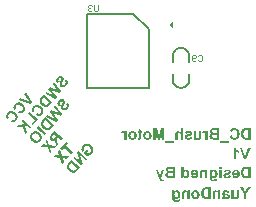
<source format=gbo>
G04*
G04 #@! TF.GenerationSoftware,Altium Limited,Altium Designer,20.0.13 (296)*
G04*
G04 Layer_Color=32896*
%FSLAX44Y44*%
%MOMM*%
G71*
G01*
G75*
%ADD11C,0.2000*%
%ADD16C,0.1000*%
G36*
X1111090Y538080D02*
X1108260Y540910D01*
X1111090Y543740D01*
Y538080D01*
D01*
D02*
G37*
G36*
X1114373Y400582D02*
X1114595Y400554D01*
X1114803Y400512D01*
X1115011Y400457D01*
X1115358Y400304D01*
X1115524Y400221D01*
X1115663Y400138D01*
X1115801Y400041D01*
X1115912Y399958D01*
X1116010Y399888D01*
X1116093Y399819D01*
X1116162Y399750D01*
X1116204Y399708D01*
X1116231Y399680D01*
X1116245Y399666D01*
X1116398Y399486D01*
X1116523Y399292D01*
X1116634Y399070D01*
X1116731Y398862D01*
X1116800Y398640D01*
X1116869Y398418D01*
X1116966Y397975D01*
X1117008Y397780D01*
X1117036Y397586D01*
X1117050Y397420D01*
X1117064Y397281D01*
X1117077Y397156D01*
Y397073D01*
Y397004D01*
Y396990D01*
X1117064Y396740D01*
X1117050Y396491D01*
X1116980Y396047D01*
X1116925Y395839D01*
X1116869Y395645D01*
X1116814Y395464D01*
X1116758Y395312D01*
X1116703Y395159D01*
X1116647Y395034D01*
X1116592Y394924D01*
X1116536Y394826D01*
X1116495Y394757D01*
X1116467Y394702D01*
X1116439Y394674D01*
Y394660D01*
X1116273Y394452D01*
X1116106Y394272D01*
X1115926Y394119D01*
X1115746Y393980D01*
X1115566Y393870D01*
X1115371Y393772D01*
X1115191Y393689D01*
X1115025Y393634D01*
X1114858Y393578D01*
X1114706Y393550D01*
X1114567Y393523D01*
X1114456Y393495D01*
X1114359D01*
X1114276Y393481D01*
X1114220D01*
X1113985Y393495D01*
X1113763Y393537D01*
X1113555Y393592D01*
X1113361Y393661D01*
X1113014Y393842D01*
X1112848Y393939D01*
X1112709Y394050D01*
X1112584Y394147D01*
X1112459Y394244D01*
X1112362Y394341D01*
X1112293Y394424D01*
X1112223Y394507D01*
X1112182Y394563D01*
X1112154Y394591D01*
X1112140Y394604D01*
Y393592D01*
Y393384D01*
X1112154Y393204D01*
X1112168Y393065D01*
X1112182Y392954D01*
X1112209Y392857D01*
X1112223Y392802D01*
X1112237Y392774D01*
Y392760D01*
X1112293Y392649D01*
X1112348Y392552D01*
X1112404Y392469D01*
X1112459Y392399D01*
X1112515Y392344D01*
X1112556Y392316D01*
X1112584Y392302D01*
X1112598Y392289D01*
X1112750Y392219D01*
X1112917Y392164D01*
X1113097Y392122D01*
X1113277Y392094D01*
X1113430Y392080D01*
X1113555Y392067D01*
X1113680D01*
X1113874Y392080D01*
X1114040Y392094D01*
X1114179Y392136D01*
X1114290Y392178D01*
X1114387Y392205D01*
X1114442Y392247D01*
X1114484Y392261D01*
X1114498Y392275D01*
X1114567Y392330D01*
X1114623Y392413D01*
X1114692Y392580D01*
X1114706Y392649D01*
X1114720Y392718D01*
X1114734Y392760D01*
Y392774D01*
X1116842Y393023D01*
X1116855Y392940D01*
Y392871D01*
Y392816D01*
Y392802D01*
X1116842Y392635D01*
X1116828Y392469D01*
X1116745Y392164D01*
X1116620Y391900D01*
X1116481Y391678D01*
X1116356Y391498D01*
X1116231Y391373D01*
X1116148Y391290D01*
X1116134Y391276D01*
X1116120Y391262D01*
X1115968Y391151D01*
X1115801Y391068D01*
X1115607Y390985D01*
X1115413Y390915D01*
X1114997Y390805D01*
X1114581Y390735D01*
X1114387Y390708D01*
X1114207Y390680D01*
X1114040Y390666D01*
X1113902D01*
X1113777Y390652D01*
X1113610D01*
X1113277Y390666D01*
X1112972Y390680D01*
X1112709Y390721D01*
X1112473Y390763D01*
X1112293Y390791D01*
X1112168Y390832D01*
X1112085Y390846D01*
X1112057Y390860D01*
X1111835Y390943D01*
X1111641Y391026D01*
X1111475Y391124D01*
X1111336Y391207D01*
X1111239Y391276D01*
X1111155Y391345D01*
X1111100Y391387D01*
X1111086Y391401D01*
X1110947Y391540D01*
X1110836Y391692D01*
X1110740Y391859D01*
X1110656Y392011D01*
X1110587Y392150D01*
X1110545Y392261D01*
X1110518Y392330D01*
X1110504Y392358D01*
X1110462Y392483D01*
X1110434Y392607D01*
X1110379Y392899D01*
X1110351Y393204D01*
X1110323Y393509D01*
X1110310Y393772D01*
X1110296Y393883D01*
Y393994D01*
Y394077D01*
Y394133D01*
Y394175D01*
Y394188D01*
Y400443D01*
X1112015D01*
Y399445D01*
X1112182Y399653D01*
X1112348Y399819D01*
X1112529Y399985D01*
X1112709Y400110D01*
X1112889Y400221D01*
X1113069Y400318D01*
X1113236Y400388D01*
X1113402Y400457D01*
X1113555Y400499D01*
X1113693Y400540D01*
X1113832Y400554D01*
X1113929Y400582D01*
X1114026D01*
X1114096Y400596D01*
X1114151D01*
X1114373Y400582D01*
D02*
G37*
G36*
X1173009Y397517D02*
Y393481D01*
X1171067D01*
Y397503D01*
X1167558Y403078D01*
X1169791D01*
X1171996Y399278D01*
X1174257Y403078D01*
X1176517D01*
X1173009Y397517D01*
D02*
G37*
G36*
X1156159Y400568D02*
X1156380Y400554D01*
X1156574Y400512D01*
X1156769Y400485D01*
X1156935Y400443D01*
X1157088Y400388D01*
X1157226Y400346D01*
X1157337Y400304D01*
X1157448Y400249D01*
X1157531Y400207D01*
X1157615Y400180D01*
X1157670Y400138D01*
X1157712Y400124D01*
X1157726Y400096D01*
X1157739D01*
X1157975Y399888D01*
X1158169Y399653D01*
X1158336Y399403D01*
X1158475Y399167D01*
X1158572Y398945D01*
X1158613Y398848D01*
X1158641Y398765D01*
X1158669Y398696D01*
X1158682Y398640D01*
X1158696Y398613D01*
Y398599D01*
X1157046Y398293D01*
X1156977Y398460D01*
X1156907Y398599D01*
X1156838Y398723D01*
X1156755Y398820D01*
X1156699Y398890D01*
X1156644Y398931D01*
X1156616Y398959D01*
X1156602Y398973D01*
X1156491Y399042D01*
X1156367Y399098D01*
X1156228Y399126D01*
X1156103Y399153D01*
X1155992Y399167D01*
X1155909Y399181D01*
X1155826D01*
X1155576Y399167D01*
X1155368Y399140D01*
X1155202Y399112D01*
X1155063Y399070D01*
X1154966Y399015D01*
X1154896Y398987D01*
X1154855Y398959D01*
X1154841Y398945D01*
X1154744Y398848D01*
X1154675Y398737D01*
X1154633Y398613D01*
X1154591Y398488D01*
X1154577Y398363D01*
X1154564Y398266D01*
Y398210D01*
Y398182D01*
Y398002D01*
X1154661Y397961D01*
X1154786Y397919D01*
X1155049Y397836D01*
X1155354Y397766D01*
X1155645Y397697D01*
X1155923Y397628D01*
X1156048Y397600D01*
X1156159Y397586D01*
X1156242Y397572D01*
X1156311Y397559D01*
X1156353Y397545D01*
X1156367D01*
X1156699Y397475D01*
X1157004Y397406D01*
X1157254Y397337D01*
X1157462Y397267D01*
X1157628Y397198D01*
X1157739Y397156D01*
X1157809Y397128D01*
X1157837Y397115D01*
X1158017Y397018D01*
X1158169Y396907D01*
X1158308Y396782D01*
X1158405Y396671D01*
X1158502Y396574D01*
X1158558Y396491D01*
X1158599Y396435D01*
X1158613Y396407D01*
X1158710Y396227D01*
X1158780Y396047D01*
X1158821Y395880D01*
X1158849Y395714D01*
X1158877Y395575D01*
X1158891Y395464D01*
Y395395D01*
Y395367D01*
X1158877Y395201D01*
X1158863Y395048D01*
X1158793Y394757D01*
X1158696Y394507D01*
X1158585Y394299D01*
X1158475Y394133D01*
X1158377Y394008D01*
X1158308Y393925D01*
X1158280Y393911D01*
Y393897D01*
X1158031Y393703D01*
X1157753Y393564D01*
X1157476Y393467D01*
X1157199Y393398D01*
X1156963Y393356D01*
X1156852Y393343D01*
X1156769D01*
X1156685Y393329D01*
X1156588D01*
X1156367Y393343D01*
X1156145Y393370D01*
X1155950Y393398D01*
X1155784Y393439D01*
X1155645Y393481D01*
X1155534Y393523D01*
X1155465Y393537D01*
X1155437Y393550D01*
X1155243Y393648D01*
X1155049Y393745D01*
X1154883Y393870D01*
X1154730Y393980D01*
X1154605Y394077D01*
X1154508Y394161D01*
X1154453Y394216D01*
X1154425Y394230D01*
X1154411Y394175D01*
X1154383Y394105D01*
X1154369Y394050D01*
X1154356Y394036D01*
Y394022D01*
X1154314Y393897D01*
X1154286Y393786D01*
X1154258Y393689D01*
X1154231Y393620D01*
X1154203Y393564D01*
X1154189Y393509D01*
X1154175Y393495D01*
Y393481D01*
X1152358D01*
X1152442Y393661D01*
X1152511Y393828D01*
X1152567Y393980D01*
X1152622Y394119D01*
X1152650Y394230D01*
X1152678Y394327D01*
X1152691Y394383D01*
Y394397D01*
X1152719Y394577D01*
X1152733Y394799D01*
X1152761Y395020D01*
Y395242D01*
X1152775Y395437D01*
Y395603D01*
Y395672D01*
Y395714D01*
Y395742D01*
Y395756D01*
X1152747Y397905D01*
Y398127D01*
X1152761Y398321D01*
X1152775Y398502D01*
X1152788Y398668D01*
X1152802Y398820D01*
X1152830Y398959D01*
X1152844Y399084D01*
X1152872Y399181D01*
X1152899Y399278D01*
X1152913Y399347D01*
X1152955Y399472D01*
X1152983Y399528D01*
X1152997Y399556D01*
X1153107Y399708D01*
X1153232Y399861D01*
X1153371Y399985D01*
X1153523Y400096D01*
X1153648Y400180D01*
X1153759Y400235D01*
X1153829Y400277D01*
X1153842Y400290D01*
X1153856D01*
X1153981Y400346D01*
X1154106Y400388D01*
X1154397Y400471D01*
X1154702Y400526D01*
X1154994Y400554D01*
X1155271Y400582D01*
X1155382D01*
X1155479Y400596D01*
X1155937D01*
X1156159Y400568D01*
D02*
G37*
G36*
X1166629Y396033D02*
X1166615Y395686D01*
X1166588Y395381D01*
X1166546Y395118D01*
X1166504Y394896D01*
X1166463Y394715D01*
X1166421Y394591D01*
X1166393Y394521D01*
X1166379Y394493D01*
X1166268Y394299D01*
X1166144Y394119D01*
X1166019Y393980D01*
X1165880Y393856D01*
X1165769Y393759D01*
X1165658Y393689D01*
X1165603Y393648D01*
X1165575Y393634D01*
X1165367Y393537D01*
X1165145Y393453D01*
X1164937Y393398D01*
X1164729Y393370D01*
X1164563Y393343D01*
X1164438Y393329D01*
X1164313D01*
X1164063Y393343D01*
X1163828Y393370D01*
X1163606Y393426D01*
X1163412Y393481D01*
X1163245Y393537D01*
X1163120Y393592D01*
X1163037Y393620D01*
X1163009Y393634D01*
X1162788Y393759D01*
X1162593Y393911D01*
X1162413Y394050D01*
X1162274Y394202D01*
X1162150Y394327D01*
X1162066Y394424D01*
X1162011Y394493D01*
X1161997Y394521D01*
Y393481D01*
X1160291D01*
Y400443D01*
X1162136D01*
Y397503D01*
Y397239D01*
Y397004D01*
X1162150Y396782D01*
X1162163Y396588D01*
Y396407D01*
X1162177Y396255D01*
X1162191Y396130D01*
X1162205Y396005D01*
X1162219Y395908D01*
X1162233Y395839D01*
X1162247Y395769D01*
Y395714D01*
X1162274Y395645D01*
Y395631D01*
X1162330Y395492D01*
X1162413Y395367D01*
X1162496Y395270D01*
X1162579Y395173D01*
X1162663Y395090D01*
X1162732Y395034D01*
X1162774Y395007D01*
X1162788Y394993D01*
X1162926Y394910D01*
X1163079Y394854D01*
X1163217Y394799D01*
X1163356Y394771D01*
X1163467Y394757D01*
X1163550Y394743D01*
X1163633D01*
X1163786Y394757D01*
X1163911Y394771D01*
X1164036Y394799D01*
X1164133Y394840D01*
X1164216Y394868D01*
X1164271Y394896D01*
X1164313Y394910D01*
X1164327Y394924D01*
X1164424Y395007D01*
X1164493Y395090D01*
X1164563Y395173D01*
X1164604Y395256D01*
X1164646Y395340D01*
X1164674Y395395D01*
X1164688Y395437D01*
Y395451D01*
X1164701Y395520D01*
X1164715Y395617D01*
X1164729Y395742D01*
X1164743Y395867D01*
X1164757Y396158D01*
X1164771Y396477D01*
X1164785Y396768D01*
Y396893D01*
Y397004D01*
Y397101D01*
Y397170D01*
Y397226D01*
Y397239D01*
Y400443D01*
X1166629D01*
Y396033D01*
D02*
G37*
G36*
X1147213Y400582D02*
X1147463Y400540D01*
X1147685Y400485D01*
X1147907Y400415D01*
X1148115Y400318D01*
X1148295Y400221D01*
X1148475Y400110D01*
X1148628Y400013D01*
X1148767Y399902D01*
X1148891Y399791D01*
X1149002Y399694D01*
X1149086Y399597D01*
X1149155Y399528D01*
X1149210Y399472D01*
X1149238Y399431D01*
X1149252Y399417D01*
Y400443D01*
X1150958D01*
Y393481D01*
X1149113D01*
Y396615D01*
Y396823D01*
Y397018D01*
X1149100Y397198D01*
X1149086Y397350D01*
Y397503D01*
X1149072Y397628D01*
X1149058Y397753D01*
X1149044Y397850D01*
X1149016Y398016D01*
X1149002Y398127D01*
X1148975Y398196D01*
Y398210D01*
X1148919Y398363D01*
X1148836Y398515D01*
X1148753Y398626D01*
X1148670Y398737D01*
X1148586Y398807D01*
X1148517Y398876D01*
X1148475Y398904D01*
X1148462Y398918D01*
X1148309Y399001D01*
X1148156Y399070D01*
X1148018Y399112D01*
X1147879Y399153D01*
X1147768Y399167D01*
X1147685Y399181D01*
X1147602D01*
X1147463Y399167D01*
X1147338Y399153D01*
X1147241Y399126D01*
X1147144Y399084D01*
X1147061Y399042D01*
X1147005Y399015D01*
X1146978Y399001D01*
X1146964Y398987D01*
X1146867Y398918D01*
X1146797Y398834D01*
X1146673Y398668D01*
X1146631Y398585D01*
X1146603Y398529D01*
X1146575Y398488D01*
Y398474D01*
X1146548Y398404D01*
X1146534Y398321D01*
X1146506Y398113D01*
X1146478Y397864D01*
X1146464Y397628D01*
X1146451Y397392D01*
Y397295D01*
Y397198D01*
Y397128D01*
Y397073D01*
Y397032D01*
Y397018D01*
Y393481D01*
X1144606D01*
Y397794D01*
Y398086D01*
X1144620Y398321D01*
X1144634Y398543D01*
X1144662Y398709D01*
X1144675Y398848D01*
X1144703Y398945D01*
X1144717Y399015D01*
Y399029D01*
X1144759Y399195D01*
X1144814Y399334D01*
X1144870Y399472D01*
X1144939Y399583D01*
X1144994Y399680D01*
X1145036Y399750D01*
X1145064Y399791D01*
X1145078Y399805D01*
X1145189Y399930D01*
X1145313Y400041D01*
X1145438Y400138D01*
X1145563Y400221D01*
X1145674Y400290D01*
X1145771Y400332D01*
X1145826Y400360D01*
X1145854Y400374D01*
X1146048Y400443D01*
X1146243Y400499D01*
X1146423Y400540D01*
X1146589Y400568D01*
X1146742Y400582D01*
X1146867Y400596D01*
X1146964D01*
X1147213Y400582D01*
D02*
G37*
G36*
X1142720Y393481D02*
X1139087D01*
X1138712Y393495D01*
X1138365Y393509D01*
X1138074Y393537D01*
X1137838Y393578D01*
X1137644Y393620D01*
X1137492Y393648D01*
X1137450Y393661D01*
X1137408D01*
X1137394Y393675D01*
X1137381D01*
X1137076Y393786D01*
X1136798Y393911D01*
X1136576Y394036D01*
X1136382Y394161D01*
X1136230Y394272D01*
X1136119Y394355D01*
X1136049Y394410D01*
X1136022Y394438D01*
X1135786Y394702D01*
X1135578Y394979D01*
X1135397Y395270D01*
X1135259Y395534D01*
X1135148Y395783D01*
X1135092Y395880D01*
X1135065Y395964D01*
X1135037Y396047D01*
X1135009Y396102D01*
X1134995Y396130D01*
Y396144D01*
X1134898Y396477D01*
X1134815Y396823D01*
X1134760Y397156D01*
X1134732Y397475D01*
X1134718Y397628D01*
X1134704Y397766D01*
Y397877D01*
X1134690Y397988D01*
Y398072D01*
Y398127D01*
Y398169D01*
Y398182D01*
X1134704Y398668D01*
X1134746Y399098D01*
X1134760Y399306D01*
X1134787Y399486D01*
X1134815Y399666D01*
X1134843Y399819D01*
X1134884Y399958D01*
X1134912Y400083D01*
X1134940Y400193D01*
X1134954Y400277D01*
X1134981Y400346D01*
X1134995Y400401D01*
X1135009Y400429D01*
Y400443D01*
X1135134Y400776D01*
X1135286Y401081D01*
X1135439Y401344D01*
X1135592Y401566D01*
X1135716Y401747D01*
X1135827Y401885D01*
X1135897Y401969D01*
X1135911Y401996D01*
X1135925D01*
X1136160Y402218D01*
X1136396Y402398D01*
X1136646Y402551D01*
X1136868Y402676D01*
X1137062Y402773D01*
X1137228Y402842D01*
X1137284Y402856D01*
X1137325Y402870D01*
X1137353Y402884D01*
X1137367D01*
X1137630Y402953D01*
X1137922Y402995D01*
X1138227Y403036D01*
X1138518Y403050D01*
X1138781Y403064D01*
X1138892Y403078D01*
X1142720D01*
Y393481D01*
D02*
G37*
G36*
X1121141Y400582D02*
X1121390Y400540D01*
X1121612Y400485D01*
X1121834Y400415D01*
X1122042Y400318D01*
X1122223Y400221D01*
X1122403Y400110D01*
X1122555Y400013D01*
X1122694Y399902D01*
X1122819Y399791D01*
X1122930Y399694D01*
X1123013Y399597D01*
X1123082Y399528D01*
X1123138Y399472D01*
X1123166Y399431D01*
X1123179Y399417D01*
Y400443D01*
X1124885D01*
Y393481D01*
X1123041D01*
Y396615D01*
Y396823D01*
Y397018D01*
X1123027Y397198D01*
X1123013Y397350D01*
Y397503D01*
X1122999Y397628D01*
X1122985Y397753D01*
X1122971Y397850D01*
X1122944Y398016D01*
X1122930Y398127D01*
X1122902Y398196D01*
Y398210D01*
X1122847Y398363D01*
X1122763Y398515D01*
X1122680Y398626D01*
X1122597Y398737D01*
X1122514Y398807D01*
X1122444Y398876D01*
X1122403Y398904D01*
X1122389Y398918D01*
X1122236Y399001D01*
X1122084Y399070D01*
X1121945Y399112D01*
X1121806Y399153D01*
X1121695Y399167D01*
X1121612Y399181D01*
X1121529D01*
X1121390Y399167D01*
X1121266Y399153D01*
X1121169Y399126D01*
X1121071Y399084D01*
X1120988Y399042D01*
X1120933Y399015D01*
X1120905Y399001D01*
X1120891Y398987D01*
X1120794Y398918D01*
X1120725Y398834D01*
X1120600Y398668D01*
X1120558Y398585D01*
X1120531Y398529D01*
X1120503Y398488D01*
Y398474D01*
X1120475Y398404D01*
X1120461Y398321D01*
X1120434Y398113D01*
X1120406Y397864D01*
X1120392Y397628D01*
X1120378Y397392D01*
Y397295D01*
Y397198D01*
Y397128D01*
Y397073D01*
Y397032D01*
Y397018D01*
Y393481D01*
X1118533D01*
Y397794D01*
Y398086D01*
X1118547Y398321D01*
X1118561Y398543D01*
X1118589Y398709D01*
X1118603Y398848D01*
X1118631Y398945D01*
X1118644Y399015D01*
Y399029D01*
X1118686Y399195D01*
X1118742Y399334D01*
X1118797Y399472D01*
X1118866Y399583D01*
X1118922Y399680D01*
X1118963Y399750D01*
X1118991Y399791D01*
X1119005Y399805D01*
X1119116Y399930D01*
X1119241Y400041D01*
X1119366Y400138D01*
X1119490Y400221D01*
X1119601Y400290D01*
X1119698Y400332D01*
X1119754Y400360D01*
X1119782Y400374D01*
X1119976Y400443D01*
X1120170Y400499D01*
X1120350Y400540D01*
X1120517Y400568D01*
X1120669Y400582D01*
X1120794Y400596D01*
X1120891D01*
X1121141Y400582D01*
D02*
G37*
G36*
X1130280D02*
X1130627Y400526D01*
X1130946Y400457D01*
X1131223Y400374D01*
X1131334Y400318D01*
X1131445Y400277D01*
X1131542Y400249D01*
X1131611Y400207D01*
X1131681Y400180D01*
X1131722Y400152D01*
X1131750Y400138D01*
X1131764D01*
X1132055Y399944D01*
X1132305Y399736D01*
X1132527Y399514D01*
X1132707Y399306D01*
X1132846Y399112D01*
X1132957Y398959D01*
X1132998Y398904D01*
X1133012Y398862D01*
X1133040Y398834D01*
Y398820D01*
X1133192Y398502D01*
X1133289Y398182D01*
X1133373Y397891D01*
X1133428Y397628D01*
X1133456Y397392D01*
X1133470Y397295D01*
Y397212D01*
X1133484Y397156D01*
Y397101D01*
Y397073D01*
Y397059D01*
X1133470Y396629D01*
X1133414Y396227D01*
X1133345Y395880D01*
X1133303Y395728D01*
X1133262Y395589D01*
X1133220Y395464D01*
X1133178Y395353D01*
X1133137Y395256D01*
X1133109Y395173D01*
X1133082Y395104D01*
X1133054Y395062D01*
X1133040Y395034D01*
Y395020D01*
X1132846Y394729D01*
X1132638Y394480D01*
X1132416Y394258D01*
X1132208Y394077D01*
X1132014Y393939D01*
X1131861Y393842D01*
X1131806Y393800D01*
X1131764Y393772D01*
X1131736Y393759D01*
X1131722D01*
X1131389Y393620D01*
X1131070Y393509D01*
X1130765Y393439D01*
X1130474Y393384D01*
X1130238Y393356D01*
X1130141Y393343D01*
X1130058D01*
X1129989Y393329D01*
X1129892D01*
X1129601Y393343D01*
X1129337Y393370D01*
X1129073Y393426D01*
X1128838Y393495D01*
X1128602Y393564D01*
X1128394Y393648D01*
X1128200Y393745D01*
X1128019Y393842D01*
X1127867Y393939D01*
X1127728Y394036D01*
X1127603Y394119D01*
X1127506Y394188D01*
X1127423Y394258D01*
X1127368Y394313D01*
X1127340Y394341D01*
X1127326Y394355D01*
X1127146Y394563D01*
X1126993Y394771D01*
X1126854Y394979D01*
X1126730Y395201D01*
X1126633Y395423D01*
X1126549Y395645D01*
X1126480Y395853D01*
X1126425Y396061D01*
X1126383Y396241D01*
X1126355Y396421D01*
X1126328Y396574D01*
X1126314Y396712D01*
X1126300Y396823D01*
Y396907D01*
Y396962D01*
Y396976D01*
X1126314Y397267D01*
X1126341Y397545D01*
X1126397Y397794D01*
X1126452Y398044D01*
X1126536Y398266D01*
X1126619Y398488D01*
X1126716Y398682D01*
X1126799Y398862D01*
X1126896Y399015D01*
X1126993Y399167D01*
X1127076Y399278D01*
X1127160Y399389D01*
X1127215Y399458D01*
X1127271Y399528D01*
X1127298Y399556D01*
X1127312Y399569D01*
X1127506Y399750D01*
X1127714Y399902D01*
X1127922Y400041D01*
X1128144Y400166D01*
X1128366Y400263D01*
X1128574Y400346D01*
X1128782Y400415D01*
X1128990Y400471D01*
X1129171Y400512D01*
X1129351Y400540D01*
X1129503Y400568D01*
X1129642Y400582D01*
X1129753Y400596D01*
X1129906D01*
X1130280Y400582D01*
D02*
G37*
G36*
X1151943Y418898D02*
X1150098D01*
Y420604D01*
X1151943D01*
Y418898D01*
D02*
G37*
G36*
X1145910Y418108D02*
X1146132Y418080D01*
X1146340Y418038D01*
X1146548Y417983D01*
X1146894Y417830D01*
X1147061Y417747D01*
X1147199Y417664D01*
X1147338Y417567D01*
X1147449Y417484D01*
X1147546Y417414D01*
X1147629Y417345D01*
X1147699Y417276D01*
X1147740Y417234D01*
X1147768Y417206D01*
X1147782Y417192D01*
X1147934Y417012D01*
X1148059Y416818D01*
X1148170Y416596D01*
X1148267Y416388D01*
X1148337Y416166D01*
X1148406Y415944D01*
X1148503Y415500D01*
X1148545Y415306D01*
X1148572Y415112D01*
X1148586Y414946D01*
X1148600Y414807D01*
X1148614Y414682D01*
Y414599D01*
Y414530D01*
Y414516D01*
X1148600Y414266D01*
X1148586Y414017D01*
X1148517Y413573D01*
X1148462Y413365D01*
X1148406Y413171D01*
X1148351Y412990D01*
X1148295Y412838D01*
X1148240Y412685D01*
X1148184Y412560D01*
X1148129Y412449D01*
X1148073Y412352D01*
X1148032Y412283D01*
X1148004Y412228D01*
X1147976Y412200D01*
Y412186D01*
X1147810Y411978D01*
X1147643Y411798D01*
X1147463Y411645D01*
X1147283Y411506D01*
X1147102Y411395D01*
X1146908Y411298D01*
X1146728Y411215D01*
X1146562Y411160D01*
X1146395Y411104D01*
X1146243Y411077D01*
X1146104Y411049D01*
X1145993Y411021D01*
X1145896D01*
X1145813Y411007D01*
X1145757D01*
X1145521Y411021D01*
X1145300Y411063D01*
X1145091Y411118D01*
X1144897Y411187D01*
X1144551Y411368D01*
X1144384Y411465D01*
X1144246Y411576D01*
X1144121Y411673D01*
X1143996Y411770D01*
X1143899Y411867D01*
X1143829Y411950D01*
X1143760Y412033D01*
X1143718Y412089D01*
X1143691Y412117D01*
X1143677Y412131D01*
Y411118D01*
Y410910D01*
X1143691Y410730D01*
X1143705Y410591D01*
X1143718Y410480D01*
X1143746Y410383D01*
X1143760Y410328D01*
X1143774Y410300D01*
Y410286D01*
X1143829Y410175D01*
X1143885Y410078D01*
X1143940Y409995D01*
X1143996Y409925D01*
X1144051Y409870D01*
X1144093Y409842D01*
X1144121Y409828D01*
X1144135Y409814D01*
X1144287Y409745D01*
X1144454Y409690D01*
X1144634Y409648D01*
X1144814Y409620D01*
X1144967Y409606D01*
X1145091Y409593D01*
X1145216D01*
X1145411Y409606D01*
X1145577Y409620D01*
X1145716Y409662D01*
X1145826Y409703D01*
X1145924Y409731D01*
X1145979Y409773D01*
X1146021Y409787D01*
X1146034Y409801D01*
X1146104Y409856D01*
X1146159Y409939D01*
X1146229Y410106D01*
X1146243Y410175D01*
X1146256Y410244D01*
X1146270Y410286D01*
Y410300D01*
X1148378Y410550D01*
X1148392Y410466D01*
Y410397D01*
Y410341D01*
Y410328D01*
X1148378Y410161D01*
X1148364Y409995D01*
X1148281Y409690D01*
X1148156Y409426D01*
X1148018Y409204D01*
X1147893Y409024D01*
X1147768Y408899D01*
X1147685Y408816D01*
X1147671Y408802D01*
X1147657Y408788D01*
X1147505Y408677D01*
X1147338Y408594D01*
X1147144Y408511D01*
X1146950Y408442D01*
X1146534Y408331D01*
X1146118Y408261D01*
X1145924Y408233D01*
X1145743Y408206D01*
X1145577Y408192D01*
X1145438D01*
X1145313Y408178D01*
X1145147D01*
X1144814Y408192D01*
X1144509Y408206D01*
X1144246Y408247D01*
X1144010Y408289D01*
X1143829Y408317D01*
X1143705Y408358D01*
X1143621Y408372D01*
X1143594Y408386D01*
X1143372Y408469D01*
X1143178Y408552D01*
X1143011Y408649D01*
X1142872Y408733D01*
X1142775Y408802D01*
X1142692Y408871D01*
X1142637Y408913D01*
X1142623Y408927D01*
X1142484Y409066D01*
X1142373Y409218D01*
X1142276Y409385D01*
X1142193Y409537D01*
X1142124Y409676D01*
X1142082Y409787D01*
X1142054Y409856D01*
X1142040Y409884D01*
X1141999Y410009D01*
X1141971Y410133D01*
X1141916Y410425D01*
X1141888Y410730D01*
X1141860Y411035D01*
X1141846Y411298D01*
X1141832Y411409D01*
Y411520D01*
Y411604D01*
Y411659D01*
Y411701D01*
Y411714D01*
Y417969D01*
X1143552D01*
Y416971D01*
X1143718Y417179D01*
X1143885Y417345D01*
X1144065Y417511D01*
X1144246Y417636D01*
X1144426Y417747D01*
X1144606Y417844D01*
X1144772Y417914D01*
X1144939Y417983D01*
X1145091Y418025D01*
X1145230Y418066D01*
X1145369Y418080D01*
X1145466Y418108D01*
X1145563D01*
X1145632Y418122D01*
X1145688D01*
X1145910Y418108D01*
D02*
G37*
G36*
X1100976Y410993D02*
X1101045Y410785D01*
X1101115Y410605D01*
X1101198Y410438D01*
X1101267Y410300D01*
X1101337Y410189D01*
X1101392Y410106D01*
X1101434Y410050D01*
X1101448Y410036D01*
X1101572Y409911D01*
X1101725Y409814D01*
X1101878Y409745D01*
X1102030Y409703D01*
X1102169Y409676D01*
X1102280Y409648D01*
X1102391D01*
X1102654Y409662D01*
X1102793Y409676D01*
X1102904Y409703D01*
X1103015Y409717D01*
X1103098Y409731D01*
X1103153Y409745D01*
X1103167D01*
X1103001Y408303D01*
X1102626Y408233D01*
X1102460Y408206D01*
X1102294Y408192D01*
X1102169D01*
X1102058Y408178D01*
X1101780D01*
X1101600Y408192D01*
X1101448Y408220D01*
X1101309Y408247D01*
X1101184Y408261D01*
X1101101Y408289D01*
X1101045Y408303D01*
X1101032D01*
X1100879Y408344D01*
X1100740Y408400D01*
X1100629Y408455D01*
X1100532Y408497D01*
X1100449Y408539D01*
X1100394Y408580D01*
X1100352Y408594D01*
X1100338Y408608D01*
X1100130Y408774D01*
X1099978Y408941D01*
X1099922Y409024D01*
X1099881Y409079D01*
X1099853Y409121D01*
X1099839Y409135D01*
X1099756Y409274D01*
X1099672Y409412D01*
X1099589Y409565D01*
X1099520Y409717D01*
X1099464Y409856D01*
X1099409Y409967D01*
X1099381Y410036D01*
X1099367Y410064D01*
X1098924Y411257D01*
X1096469Y417969D01*
X1098369D01*
X1100005Y413018D01*
X1101656Y417969D01*
X1103611D01*
X1100976Y410993D01*
D02*
G37*
G36*
X1164466Y418108D02*
X1164701Y418080D01*
X1164937Y418025D01*
X1165145Y417969D01*
X1165353Y417900D01*
X1165534Y417817D01*
X1165714Y417719D01*
X1165866Y417636D01*
X1166005Y417539D01*
X1166130Y417442D01*
X1166241Y417359D01*
X1166324Y417290D01*
X1166393Y417234D01*
X1166449Y417179D01*
X1166477Y417151D01*
X1166490Y417137D01*
X1166643Y416943D01*
X1166782Y416735D01*
X1166907Y416527D01*
X1167017Y416305D01*
X1167101Y416069D01*
X1167170Y415847D01*
X1167281Y415417D01*
X1167322Y415209D01*
X1167350Y415029D01*
X1167364Y414863D01*
X1167378Y414724D01*
X1167392Y414599D01*
Y414502D01*
Y414446D01*
Y414433D01*
X1167378Y414169D01*
X1167364Y413906D01*
X1167322Y413670D01*
X1167281Y413448D01*
X1167239Y413226D01*
X1167170Y413032D01*
X1167114Y412852D01*
X1167045Y412685D01*
X1166990Y412533D01*
X1166920Y412408D01*
X1166865Y412297D01*
X1166823Y412200D01*
X1166768Y412131D01*
X1166740Y412075D01*
X1166726Y412047D01*
X1166712Y412033D01*
X1166532Y411825D01*
X1166352Y411645D01*
X1166144Y411493D01*
X1165922Y411354D01*
X1165700Y411243D01*
X1165478Y411146D01*
X1165256Y411063D01*
X1165034Y411007D01*
X1164840Y410952D01*
X1164646Y410924D01*
X1164466Y410896D01*
X1164313Y410868D01*
X1164188D01*
X1164105Y410855D01*
X1164022D01*
X1163620Y410882D01*
X1163245Y410938D01*
X1162926Y411021D01*
X1162649Y411118D01*
X1162524Y411174D01*
X1162427Y411215D01*
X1162330Y411257D01*
X1162261Y411298D01*
X1162205Y411340D01*
X1162150Y411354D01*
X1162136Y411382D01*
X1162122D01*
X1161858Y411604D01*
X1161623Y411839D01*
X1161429Y412103D01*
X1161276Y412352D01*
X1161151Y412574D01*
X1161109Y412671D01*
X1161068Y412755D01*
X1161040Y412824D01*
X1161012Y412879D01*
X1160999Y412907D01*
Y412921D01*
X1162829Y413226D01*
X1162898Y413046D01*
X1162968Y412879D01*
X1163037Y412755D01*
X1163120Y412644D01*
X1163176Y412560D01*
X1163231Y412505D01*
X1163273Y412477D01*
X1163287Y412463D01*
X1163398Y412380D01*
X1163523Y412325D01*
X1163647Y412283D01*
X1163758Y412255D01*
X1163855Y412241D01*
X1163939Y412228D01*
X1164008D01*
X1164230Y412241D01*
X1164438Y412297D01*
X1164632Y412366D01*
X1164785Y412449D01*
X1164909Y412533D01*
X1164993Y412602D01*
X1165062Y412658D01*
X1165076Y412671D01*
X1165214Y412852D01*
X1165312Y413060D01*
X1165395Y413282D01*
X1165450Y413476D01*
X1165478Y413670D01*
X1165492Y413809D01*
X1165506Y413864D01*
Y413906D01*
Y413933D01*
Y413947D01*
X1160901D01*
Y414336D01*
X1160929Y414682D01*
X1160971Y415015D01*
X1161026Y415320D01*
X1161096Y415611D01*
X1161165Y415861D01*
X1161248Y416097D01*
X1161331Y416305D01*
X1161415Y416485D01*
X1161498Y416652D01*
X1161567Y416776D01*
X1161637Y416887D01*
X1161692Y416971D01*
X1161734Y417040D01*
X1161761Y417068D01*
X1161775Y417081D01*
X1161942Y417262D01*
X1162136Y417428D01*
X1162330Y417567D01*
X1162524Y417678D01*
X1162732Y417789D01*
X1162940Y417872D01*
X1163134Y417941D01*
X1163328Y417997D01*
X1163509Y418038D01*
X1163675Y418066D01*
X1163828Y418094D01*
X1163952Y418108D01*
X1164063Y418122D01*
X1164216D01*
X1164466Y418108D01*
D02*
G37*
G36*
X1129420D02*
X1129656Y418080D01*
X1129892Y418025D01*
X1130100Y417969D01*
X1130308Y417900D01*
X1130488Y417817D01*
X1130668Y417719D01*
X1130821Y417636D01*
X1130960Y417539D01*
X1131084Y417442D01*
X1131195Y417359D01*
X1131279Y417290D01*
X1131348Y417234D01*
X1131403Y417179D01*
X1131431Y417151D01*
X1131445Y417137D01*
X1131598Y416943D01*
X1131736Y416735D01*
X1131861Y416527D01*
X1131972Y416305D01*
X1132055Y416069D01*
X1132124Y415847D01*
X1132235Y415417D01*
X1132277Y415209D01*
X1132305Y415029D01*
X1132319Y414863D01*
X1132333Y414724D01*
X1132346Y414599D01*
Y414502D01*
Y414446D01*
Y414433D01*
X1132333Y414169D01*
X1132319Y413906D01*
X1132277Y413670D01*
X1132235Y413448D01*
X1132194Y413226D01*
X1132124Y413032D01*
X1132069Y412852D01*
X1132000Y412685D01*
X1131944Y412533D01*
X1131875Y412408D01*
X1131819Y412297D01*
X1131778Y412200D01*
X1131722Y412131D01*
X1131695Y412075D01*
X1131681Y412047D01*
X1131667Y412033D01*
X1131487Y411825D01*
X1131306Y411645D01*
X1131098Y411493D01*
X1130876Y411354D01*
X1130655Y411243D01*
X1130433Y411146D01*
X1130211Y411063D01*
X1129989Y411007D01*
X1129795Y410952D01*
X1129601Y410924D01*
X1129420Y410896D01*
X1129268Y410868D01*
X1129143D01*
X1129060Y410855D01*
X1128976D01*
X1128574Y410882D01*
X1128200Y410938D01*
X1127881Y411021D01*
X1127603Y411118D01*
X1127479Y411174D01*
X1127382Y411215D01*
X1127284Y411257D01*
X1127215Y411298D01*
X1127160Y411340D01*
X1127104Y411354D01*
X1127090Y411382D01*
X1127076D01*
X1126813Y411604D01*
X1126577Y411839D01*
X1126383Y412103D01*
X1126230Y412352D01*
X1126106Y412574D01*
X1126064Y412671D01*
X1126022Y412755D01*
X1125995Y412824D01*
X1125967Y412879D01*
X1125953Y412907D01*
Y412921D01*
X1127784Y413226D01*
X1127853Y413046D01*
X1127922Y412879D01*
X1127992Y412755D01*
X1128075Y412644D01*
X1128130Y412560D01*
X1128186Y412505D01*
X1128227Y412477D01*
X1128241Y412463D01*
X1128352Y412380D01*
X1128477Y412325D01*
X1128602Y412283D01*
X1128713Y412255D01*
X1128810Y412241D01*
X1128893Y412228D01*
X1128962D01*
X1129184Y412241D01*
X1129392Y412297D01*
X1129587Y412366D01*
X1129739Y412449D01*
X1129864Y412533D01*
X1129947Y412602D01*
X1130016Y412658D01*
X1130030Y412671D01*
X1130169Y412852D01*
X1130266Y413060D01*
X1130349Y413282D01*
X1130405Y413476D01*
X1130433Y413670D01*
X1130446Y413809D01*
X1130460Y413864D01*
Y413906D01*
Y413933D01*
Y413947D01*
X1125856D01*
Y414336D01*
X1125884Y414682D01*
X1125925Y415015D01*
X1125981Y415320D01*
X1126050Y415611D01*
X1126120Y415861D01*
X1126203Y416097D01*
X1126286Y416305D01*
X1126369Y416485D01*
X1126452Y416652D01*
X1126522Y416776D01*
X1126591Y416887D01*
X1126646Y416971D01*
X1126688Y417040D01*
X1126716Y417068D01*
X1126730Y417081D01*
X1126896Y417262D01*
X1127090Y417428D01*
X1127284Y417567D01*
X1127479Y417678D01*
X1127687Y417789D01*
X1127895Y417872D01*
X1128089Y417941D01*
X1128283Y417997D01*
X1128463Y418038D01*
X1128630Y418066D01*
X1128782Y418094D01*
X1128907Y418108D01*
X1129018Y418122D01*
X1129171D01*
X1129420Y418108D01*
D02*
G37*
G36*
X1176517Y411007D02*
X1172884D01*
X1172509Y411021D01*
X1172163Y411035D01*
X1171871Y411063D01*
X1171636Y411104D01*
X1171441Y411146D01*
X1171289Y411174D01*
X1171247Y411187D01*
X1171206D01*
X1171192Y411201D01*
X1171178D01*
X1170873Y411312D01*
X1170595Y411437D01*
X1170374Y411562D01*
X1170179Y411687D01*
X1170027Y411798D01*
X1169916Y411881D01*
X1169847Y411936D01*
X1169819Y411964D01*
X1169583Y412228D01*
X1169375Y412505D01*
X1169195Y412796D01*
X1169056Y413060D01*
X1168945Y413309D01*
X1168890Y413406D01*
X1168862Y413490D01*
X1168834Y413573D01*
X1168807Y413628D01*
X1168793Y413656D01*
Y413670D01*
X1168696Y414003D01*
X1168612Y414349D01*
X1168557Y414682D01*
X1168529Y415001D01*
X1168515Y415154D01*
X1168501Y415293D01*
Y415403D01*
X1168487Y415514D01*
Y415598D01*
Y415653D01*
Y415695D01*
Y415709D01*
X1168501Y416194D01*
X1168543Y416624D01*
X1168557Y416832D01*
X1168585Y417012D01*
X1168612Y417192D01*
X1168640Y417345D01*
X1168682Y417484D01*
X1168709Y417608D01*
X1168737Y417719D01*
X1168751Y417803D01*
X1168779Y417872D01*
X1168793Y417928D01*
X1168807Y417955D01*
Y417969D01*
X1168931Y418302D01*
X1169084Y418607D01*
X1169236Y418871D01*
X1169389Y419092D01*
X1169514Y419273D01*
X1169625Y419411D01*
X1169694Y419495D01*
X1169708Y419522D01*
X1169722D01*
X1169958Y419744D01*
X1170193Y419925D01*
X1170443Y420077D01*
X1170665Y420202D01*
X1170859Y420299D01*
X1171025Y420368D01*
X1171081Y420382D01*
X1171123Y420396D01*
X1171150Y420410D01*
X1171164D01*
X1171428Y420479D01*
X1171719Y420521D01*
X1172024Y420563D01*
X1172315Y420576D01*
X1172579Y420590D01*
X1172690Y420604D01*
X1176517D01*
Y411007D01*
D02*
G37*
G36*
X1151943D02*
X1150098D01*
Y417969D01*
X1151943D01*
Y411007D01*
D02*
G37*
G36*
X1136285Y418108D02*
X1136535Y418066D01*
X1136757Y418011D01*
X1136979Y417941D01*
X1137187Y417844D01*
X1137367Y417747D01*
X1137547Y417636D01*
X1137700Y417539D01*
X1137838Y417428D01*
X1137963Y417317D01*
X1138074Y417220D01*
X1138157Y417123D01*
X1138227Y417054D01*
X1138282Y416998D01*
X1138310Y416957D01*
X1138324Y416943D01*
Y417969D01*
X1140030D01*
Y411007D01*
X1138185D01*
Y414141D01*
Y414349D01*
Y414544D01*
X1138171Y414724D01*
X1138157Y414876D01*
Y415029D01*
X1138143Y415154D01*
X1138130Y415279D01*
X1138116Y415376D01*
X1138088Y415542D01*
X1138074Y415653D01*
X1138046Y415722D01*
Y415736D01*
X1137991Y415889D01*
X1137908Y416041D01*
X1137824Y416152D01*
X1137741Y416263D01*
X1137658Y416333D01*
X1137589Y416402D01*
X1137547Y416430D01*
X1137533Y416444D01*
X1137381Y416527D01*
X1137228Y416596D01*
X1137089Y416638D01*
X1136951Y416679D01*
X1136840Y416693D01*
X1136757Y416707D01*
X1136673D01*
X1136535Y416693D01*
X1136410Y416679D01*
X1136313Y416652D01*
X1136216Y416610D01*
X1136133Y416568D01*
X1136077Y416541D01*
X1136049Y416527D01*
X1136035Y416513D01*
X1135938Y416444D01*
X1135869Y416360D01*
X1135744Y416194D01*
X1135703Y416111D01*
X1135675Y416055D01*
X1135647Y416014D01*
Y416000D01*
X1135619Y415930D01*
X1135605Y415847D01*
X1135578Y415639D01*
X1135550Y415390D01*
X1135536Y415154D01*
X1135522Y414918D01*
Y414821D01*
Y414724D01*
Y414655D01*
Y414599D01*
Y414557D01*
Y414544D01*
Y411007D01*
X1133678D01*
Y415320D01*
Y415611D01*
X1133692Y415847D01*
X1133706Y416069D01*
X1133733Y416236D01*
X1133747Y416374D01*
X1133775Y416471D01*
X1133789Y416541D01*
Y416554D01*
X1133830Y416721D01*
X1133886Y416860D01*
X1133941Y416998D01*
X1134011Y417109D01*
X1134066Y417206D01*
X1134108Y417276D01*
X1134136Y417317D01*
X1134149Y417331D01*
X1134260Y417456D01*
X1134385Y417567D01*
X1134510Y417664D01*
X1134635Y417747D01*
X1134746Y417817D01*
X1134843Y417858D01*
X1134898Y417886D01*
X1134926Y417900D01*
X1135120Y417969D01*
X1135314Y418025D01*
X1135495Y418066D01*
X1135661Y418094D01*
X1135814Y418108D01*
X1135938Y418122D01*
X1136035D01*
X1136285Y418108D01*
D02*
G37*
G36*
X1112404Y411007D02*
X1108243D01*
X1108007Y411021D01*
X1107591D01*
X1107425Y411035D01*
X1107161D01*
X1107064Y411049D01*
X1106926D01*
X1106870Y411063D01*
X1106815D01*
X1106537Y411104D01*
X1106288Y411174D01*
X1106066Y411243D01*
X1105872Y411326D01*
X1105719Y411395D01*
X1105608Y411465D01*
X1105539Y411506D01*
X1105511Y411520D01*
X1105317Y411673D01*
X1105164Y411839D01*
X1105012Y411992D01*
X1104901Y412158D01*
X1104804Y412297D01*
X1104734Y412408D01*
X1104693Y412477D01*
X1104679Y412505D01*
X1104582Y412741D01*
X1104499Y412963D01*
X1104443Y413185D01*
X1104416Y413379D01*
X1104388Y413545D01*
X1104374Y413670D01*
Y413753D01*
Y413767D01*
Y413781D01*
X1104388Y414086D01*
X1104443Y414363D01*
X1104526Y414599D01*
X1104610Y414821D01*
X1104693Y414987D01*
X1104776Y415112D01*
X1104831Y415195D01*
X1104845Y415223D01*
X1105040Y415445D01*
X1105248Y415625D01*
X1105483Y415778D01*
X1105691Y415889D01*
X1105885Y415986D01*
X1106052Y416055D01*
X1106107Y416069D01*
X1106149Y416083D01*
X1106177Y416097D01*
X1106191D01*
X1105969Y416222D01*
X1105775Y416347D01*
X1105608Y416499D01*
X1105470Y416624D01*
X1105372Y416749D01*
X1105289Y416846D01*
X1105234Y416915D01*
X1105220Y416943D01*
X1105095Y417165D01*
X1104998Y417373D01*
X1104942Y417581D01*
X1104887Y417775D01*
X1104859Y417941D01*
X1104845Y418066D01*
Y418149D01*
Y418163D01*
Y418177D01*
X1104859Y418399D01*
X1104887Y418621D01*
X1104942Y418801D01*
X1104998Y418968D01*
X1105053Y419106D01*
X1105109Y419217D01*
X1105137Y419273D01*
X1105151Y419300D01*
X1105261Y419481D01*
X1105386Y419633D01*
X1105511Y419772D01*
X1105622Y419897D01*
X1105733Y419980D01*
X1105816Y420049D01*
X1105872Y420091D01*
X1105885Y420105D01*
X1106052Y420216D01*
X1106232Y420299D01*
X1106399Y420368D01*
X1106551Y420424D01*
X1106690Y420465D01*
X1106787Y420493D01*
X1106856Y420507D01*
X1106884D01*
X1107120Y420535D01*
X1107383Y420563D01*
X1107661Y420576D01*
X1107938Y420590D01*
X1108188Y420604D01*
X1112404D01*
Y411007D01*
D02*
G37*
G36*
X1157393Y418094D02*
X1157628Y418066D01*
X1157850Y418025D01*
X1158045Y417983D01*
X1158225Y417928D01*
X1158391Y417872D01*
X1158544Y417817D01*
X1158669Y417747D01*
X1158780Y417692D01*
X1158877Y417636D01*
X1158946Y417595D01*
X1159015Y417553D01*
X1159057Y417525D01*
X1159071Y417511D01*
X1159085Y417498D01*
X1159210Y417387D01*
X1159321Y417262D01*
X1159417Y417137D01*
X1159487Y416998D01*
X1159626Y416749D01*
X1159709Y416513D01*
X1159750Y416305D01*
X1159764Y416208D01*
X1159778Y416138D01*
X1159792Y416069D01*
Y416027D01*
Y416000D01*
Y415986D01*
X1159778Y415806D01*
X1159750Y415639D01*
X1159723Y415473D01*
X1159667Y415320D01*
X1159529Y415057D01*
X1159376Y414835D01*
X1159237Y414655D01*
X1159099Y414530D01*
X1159043Y414474D01*
X1159015Y414446D01*
X1158988Y414433D01*
X1158974Y414419D01*
X1158849Y414349D01*
X1158682Y414266D01*
X1158488Y414183D01*
X1158280Y414114D01*
X1158058Y414030D01*
X1157823Y413961D01*
X1157337Y413822D01*
X1157102Y413753D01*
X1156880Y413698D01*
X1156685Y413642D01*
X1156505Y413601D01*
X1156353Y413573D01*
X1156242Y413545D01*
X1156172Y413517D01*
X1156145D01*
X1155978Y413476D01*
X1155853Y413434D01*
X1155742Y413392D01*
X1155659Y413365D01*
X1155604Y413323D01*
X1155562Y413309D01*
X1155534Y413282D01*
X1155451Y413171D01*
X1155410Y413060D01*
X1155396Y412976D01*
Y412949D01*
Y412935D01*
X1155410Y412824D01*
X1155437Y412727D01*
X1155479Y412644D01*
X1155520Y412574D01*
X1155562Y412519D01*
X1155604Y412477D01*
X1155631Y412449D01*
X1155645Y412436D01*
X1155798Y412352D01*
X1155964Y412297D01*
X1156145Y412241D01*
X1156311Y412214D01*
X1156464Y412200D01*
X1156602Y412186D01*
X1156713D01*
X1156949Y412200D01*
X1157143Y412228D01*
X1157323Y412269D01*
X1157462Y412325D01*
X1157573Y412366D01*
X1157656Y412408D01*
X1157712Y412436D01*
X1157726Y412449D01*
X1157850Y412560D01*
X1157947Y412699D01*
X1158031Y412824D01*
X1158100Y412963D01*
X1158142Y413087D01*
X1158169Y413185D01*
X1158197Y413240D01*
Y413268D01*
X1160042Y412990D01*
X1159917Y412644D01*
X1159764Y412325D01*
X1159598Y412061D01*
X1159417Y411839D01*
X1159251Y411659D01*
X1159099Y411534D01*
X1159057Y411479D01*
X1159015Y411451D01*
X1158988Y411437D01*
X1158974Y411423D01*
X1158807Y411326D01*
X1158641Y411229D01*
X1158267Y411090D01*
X1157892Y410993D01*
X1157531Y410924D01*
X1157365Y410896D01*
X1157213Y410882D01*
X1157074Y410868D01*
X1156949D01*
X1156852Y410855D01*
X1156713D01*
X1156436Y410868D01*
X1156172Y410882D01*
X1155923Y410924D01*
X1155687Y410965D01*
X1155479Y411007D01*
X1155285Y411077D01*
X1155105Y411132D01*
X1154952Y411201D01*
X1154813Y411257D01*
X1154688Y411326D01*
X1154591Y411382D01*
X1154508Y411423D01*
X1154439Y411479D01*
X1154397Y411506D01*
X1154369Y411520D01*
X1154356Y411534D01*
X1154217Y411673D01*
X1154092Y411811D01*
X1153981Y411950D01*
X1153884Y412089D01*
X1153815Y412228D01*
X1153745Y412366D01*
X1153648Y412616D01*
X1153593Y412852D01*
X1153579Y412949D01*
X1153565Y413018D01*
X1153551Y413087D01*
Y413143D01*
Y413171D01*
Y413185D01*
X1153579Y413490D01*
X1153648Y413767D01*
X1153732Y414003D01*
X1153842Y414197D01*
X1153953Y414349D01*
X1154037Y414460D01*
X1154106Y414516D01*
X1154134Y414544D01*
X1154258Y414627D01*
X1154383Y414724D01*
X1154536Y414793D01*
X1154702Y414876D01*
X1155035Y415015D01*
X1155382Y415140D01*
X1155687Y415237D01*
X1155826Y415265D01*
X1155950Y415306D01*
X1156048Y415334D01*
X1156117Y415348D01*
X1156172Y415362D01*
X1156186D01*
X1156450Y415431D01*
X1156685Y415487D01*
X1156893Y415542D01*
X1157074Y415598D01*
X1157240Y415639D01*
X1157379Y415681D01*
X1157490Y415722D01*
X1157601Y415750D01*
X1157684Y415792D01*
X1157753Y415820D01*
X1157809Y415833D01*
X1157837Y415861D01*
X1157892Y415875D01*
X1157906Y415889D01*
X1157961Y415944D01*
X1158003Y416000D01*
X1158058Y416111D01*
X1158086Y416194D01*
Y416208D01*
Y416222D01*
X1158072Y416305D01*
X1158058Y416374D01*
X1157975Y416499D01*
X1157906Y416568D01*
X1157892Y416596D01*
X1157878D01*
X1157739Y416665D01*
X1157587Y416721D01*
X1157421Y416749D01*
X1157240Y416776D01*
X1157088Y416790D01*
X1156963Y416804D01*
X1156838D01*
X1156630Y416790D01*
X1156450Y416776D01*
X1156297Y416735D01*
X1156172Y416693D01*
X1156075Y416652D01*
X1156006Y416624D01*
X1155964Y416596D01*
X1155950Y416582D01*
X1155839Y416499D01*
X1155756Y416402D01*
X1155673Y416305D01*
X1155618Y416194D01*
X1155576Y416111D01*
X1155548Y416041D01*
X1155520Y415986D01*
Y415972D01*
X1153787Y416291D01*
X1153898Y416610D01*
X1154051Y416887D01*
X1154203Y417123D01*
X1154369Y417303D01*
X1154508Y417456D01*
X1154633Y417567D01*
X1154716Y417622D01*
X1154730Y417650D01*
X1154744D01*
X1154883Y417733D01*
X1155035Y417803D01*
X1155368Y417928D01*
X1155715Y418011D01*
X1156061Y418066D01*
X1156228Y418080D01*
X1156380Y418094D01*
X1156519Y418108D01*
X1156630Y418122D01*
X1157143D01*
X1157393Y418094D01*
D02*
G37*
G36*
X1119809Y417151D02*
X1119976Y417317D01*
X1120142Y417470D01*
X1120309Y417595D01*
X1120489Y417719D01*
X1120655Y417803D01*
X1120822Y417886D01*
X1120988Y417955D01*
X1121141Y417997D01*
X1121293Y418038D01*
X1121418Y418066D01*
X1121543Y418094D01*
X1121640Y418108D01*
X1121723Y418122D01*
X1121834D01*
X1122070Y418108D01*
X1122292Y418080D01*
X1122500Y418038D01*
X1122708Y417983D01*
X1123055Y417830D01*
X1123221Y417747D01*
X1123360Y417664D01*
X1123498Y417567D01*
X1123609Y417484D01*
X1123706Y417414D01*
X1123790Y417345D01*
X1123859Y417276D01*
X1123901Y417234D01*
X1123928Y417206D01*
X1123942Y417192D01*
X1124081Y417012D01*
X1124206Y416818D01*
X1124317Y416610D01*
X1124414Y416388D01*
X1124497Y416166D01*
X1124566Y415944D01*
X1124663Y415500D01*
X1124691Y415306D01*
X1124719Y415112D01*
X1124733Y414946D01*
X1124746Y414793D01*
X1124760Y414668D01*
Y414585D01*
Y414516D01*
Y414502D01*
X1124746Y414183D01*
X1124719Y413892D01*
X1124677Y413614D01*
X1124622Y413351D01*
X1124566Y413115D01*
X1124497Y412893D01*
X1124414Y412699D01*
X1124331Y412519D01*
X1124261Y412352D01*
X1124178Y412214D01*
X1124109Y412089D01*
X1124039Y411992D01*
X1123998Y411909D01*
X1123956Y411853D01*
X1123928Y411825D01*
X1123914Y411811D01*
X1123748Y411645D01*
X1123582Y411493D01*
X1123401Y411368D01*
X1123235Y411257D01*
X1123055Y411160D01*
X1122888Y411090D01*
X1122722Y411021D01*
X1122569Y410979D01*
X1122417Y410938D01*
X1122278Y410910D01*
X1122167Y410882D01*
X1122056Y410868D01*
X1121973Y410855D01*
X1121862D01*
X1121640Y410868D01*
X1121432Y410896D01*
X1121224Y410938D01*
X1121044Y410993D01*
X1120905Y411049D01*
X1120780Y411090D01*
X1120711Y411118D01*
X1120683Y411132D01*
X1120475Y411257D01*
X1120281Y411395D01*
X1120101Y411548D01*
X1119962Y411687D01*
X1119837Y411811D01*
X1119740Y411922D01*
X1119685Y411992D01*
X1119671Y412020D01*
Y411007D01*
X1117965D01*
Y420604D01*
X1119809D01*
Y417151D01*
D02*
G37*
G36*
X1163939Y436053D02*
X1164119Y435762D01*
X1164313Y435485D01*
X1164507Y435263D01*
X1164674Y435083D01*
X1164826Y434944D01*
X1164882Y434888D01*
X1164923Y434847D01*
X1164951Y434833D01*
X1164965Y434819D01*
X1165270Y434597D01*
X1165561Y434403D01*
X1165825Y434250D01*
X1166060Y434140D01*
X1166255Y434056D01*
X1166393Y433987D01*
X1166449Y433973D01*
X1166490Y433959D01*
X1166504Y433945D01*
X1166518D01*
Y432281D01*
X1166019Y432475D01*
X1165575Y432683D01*
X1165367Y432794D01*
X1165173Y432919D01*
X1164993Y433030D01*
X1164826Y433141D01*
X1164674Y433252D01*
X1164535Y433349D01*
X1164424Y433432D01*
X1164327Y433516D01*
X1164244Y433585D01*
X1164188Y433627D01*
X1164161Y433654D01*
X1164147Y433668D01*
Y426720D01*
X1162302D01*
Y436372D01*
X1163800D01*
X1163939Y436053D01*
D02*
G37*
G36*
X1173078Y426720D02*
X1170984D01*
X1167572Y436317D01*
X1169639D01*
X1171982Y429216D01*
X1174423Y436317D01*
X1176517D01*
X1173078Y426720D01*
D02*
G37*
G36*
X1119185Y443593D02*
X1117341D01*
Y447074D01*
X1117327Y447379D01*
X1117313Y447642D01*
X1117285Y447878D01*
X1117258Y448059D01*
X1117230Y448211D01*
X1117202Y448308D01*
X1117174Y448377D01*
Y448391D01*
X1117105Y448544D01*
X1117022Y448683D01*
X1116939Y448793D01*
X1116842Y448891D01*
X1116772Y448960D01*
X1116703Y449015D01*
X1116661Y449043D01*
X1116647Y449057D01*
X1116509Y449140D01*
X1116370Y449196D01*
X1116231Y449237D01*
X1116106Y449265D01*
X1115996Y449279D01*
X1115912Y449293D01*
X1115829D01*
X1115691Y449279D01*
X1115552Y449265D01*
X1115441Y449237D01*
X1115344Y449210D01*
X1115274Y449168D01*
X1115205Y449140D01*
X1115177Y449126D01*
X1115163Y449113D01*
X1115066Y449043D01*
X1114997Y448960D01*
X1114872Y448807D01*
X1114845Y448738D01*
X1114817Y448696D01*
X1114789Y448655D01*
Y448641D01*
X1114775Y448572D01*
X1114747Y448502D01*
X1114720Y448308D01*
X1114706Y448072D01*
X1114692Y447837D01*
X1114678Y447615D01*
Y447518D01*
Y447434D01*
Y447351D01*
Y447296D01*
Y447268D01*
Y447254D01*
Y443593D01*
X1112834D01*
Y447670D01*
Y448003D01*
X1112848Y448280D01*
X1112861Y448516D01*
X1112875Y448710D01*
X1112903Y448849D01*
X1112917Y448960D01*
X1112931Y449029D01*
Y449043D01*
X1112972Y449210D01*
X1113028Y449362D01*
X1113083Y449501D01*
X1113153Y449626D01*
X1113208Y449723D01*
X1113250Y449792D01*
X1113277Y449847D01*
X1113291Y449861D01*
X1113402Y449986D01*
X1113527Y450111D01*
X1113652Y450208D01*
X1113777Y450291D01*
X1113888Y450361D01*
X1113985Y450416D01*
X1114040Y450444D01*
X1114068Y450458D01*
X1114262Y450541D01*
X1114470Y450596D01*
X1114650Y450652D01*
X1114831Y450680D01*
X1114983Y450694D01*
X1115108Y450707D01*
X1115219D01*
X1115441Y450694D01*
X1115663Y450666D01*
X1115871Y450610D01*
X1116065Y450541D01*
X1116425Y450374D01*
X1116592Y450277D01*
X1116745Y450180D01*
X1116869Y450069D01*
X1116994Y449972D01*
X1117091Y449889D01*
X1117188Y449806D01*
X1117244Y449737D01*
X1117299Y449681D01*
X1117327Y449653D01*
X1117341Y449640D01*
Y453190D01*
X1119185D01*
Y443593D01*
D02*
G37*
G36*
X1103514Y443593D02*
X1101725D01*
Y451137D01*
X1099839Y443593D01*
X1097967D01*
X1096081Y451137D01*
X1096067Y443593D01*
X1094278D01*
Y453190D01*
X1097190D01*
X1098896Y446630D01*
X1100615Y453190D01*
X1103514D01*
Y443593D01*
D02*
G37*
G36*
X1163065Y453356D02*
X1163426Y453315D01*
X1163745Y453245D01*
X1164063Y453162D01*
X1164341Y453065D01*
X1164618Y452954D01*
X1164854Y452829D01*
X1165076Y452704D01*
X1165284Y452580D01*
X1165450Y452455D01*
X1165603Y452344D01*
X1165728Y452247D01*
X1165825Y452164D01*
X1165894Y452094D01*
X1165936Y452053D01*
X1165950Y452039D01*
X1166171Y451775D01*
X1166352Y451498D01*
X1166518Y451207D01*
X1166657Y450901D01*
X1166782Y450583D01*
X1166879Y450277D01*
X1166962Y449972D01*
X1167031Y449681D01*
X1167087Y449390D01*
X1167114Y449140D01*
X1167142Y448904D01*
X1167170Y448710D01*
Y448544D01*
X1167184Y448419D01*
Y448336D01*
Y448322D01*
Y448308D01*
X1167170Y447892D01*
X1167128Y447504D01*
X1167073Y447129D01*
X1166990Y446796D01*
X1166907Y446478D01*
X1166796Y446172D01*
X1166685Y445909D01*
X1166574Y445673D01*
X1166463Y445451D01*
X1166352Y445257D01*
X1166241Y445104D01*
X1166158Y444966D01*
X1166074Y444869D01*
X1166019Y444785D01*
X1165977Y444744D01*
X1165963Y444730D01*
X1165728Y444494D01*
X1165478Y444300D01*
X1165214Y444120D01*
X1164951Y443981D01*
X1164688Y443856D01*
X1164424Y443745D01*
X1164174Y443662D01*
X1163939Y443593D01*
X1163703Y443537D01*
X1163495Y443496D01*
X1163301Y443468D01*
X1163148Y443454D01*
X1163009Y443440D01*
X1162912Y443426D01*
X1162829D01*
X1162538Y443440D01*
X1162274Y443454D01*
X1162011Y443496D01*
X1161775Y443551D01*
X1161553Y443607D01*
X1161345Y443662D01*
X1161151Y443731D01*
X1160971Y443815D01*
X1160818Y443884D01*
X1160680Y443953D01*
X1160555Y444009D01*
X1160458Y444064D01*
X1160375Y444120D01*
X1160319Y444161D01*
X1160291Y444175D01*
X1160277Y444189D01*
X1160097Y444342D01*
X1159931Y444508D01*
X1159626Y444883D01*
X1159376Y445271D01*
X1159182Y445645D01*
X1159099Y445826D01*
X1159029Y445992D01*
X1158974Y446145D01*
X1158918Y446269D01*
X1158877Y446380D01*
X1158849Y446464D01*
X1158835Y446519D01*
Y446533D01*
X1160721Y447115D01*
X1160832Y446741D01*
X1160957Y446422D01*
X1161082Y446158D01*
X1161220Y445937D01*
X1161331Y445770D01*
X1161429Y445659D01*
X1161498Y445590D01*
X1161525Y445562D01*
X1161747Y445396D01*
X1161969Y445285D01*
X1162191Y445202D01*
X1162385Y445132D01*
X1162566Y445104D01*
X1162718Y445091D01*
X1162774Y445077D01*
X1162843D01*
X1163037Y445091D01*
X1163217Y445104D01*
X1163550Y445202D01*
X1163842Y445312D01*
X1164077Y445465D01*
X1164271Y445604D01*
X1164410Y445715D01*
X1164466Y445770D01*
X1164507Y445812D01*
X1164521Y445826D01*
X1164535Y445840D01*
X1164646Y445992D01*
X1164743Y446172D01*
X1164840Y446367D01*
X1164909Y446575D01*
X1165020Y447005D01*
X1165104Y447434D01*
X1165131Y447642D01*
X1165145Y447823D01*
X1165173Y448003D01*
Y448156D01*
X1165187Y448266D01*
Y448364D01*
Y448433D01*
Y448447D01*
X1165173Y448766D01*
X1165159Y449057D01*
X1165131Y449320D01*
X1165090Y449570D01*
X1165034Y449792D01*
X1164979Y450000D01*
X1164923Y450180D01*
X1164854Y450347D01*
X1164799Y450485D01*
X1164743Y450610D01*
X1164688Y450707D01*
X1164632Y450791D01*
X1164591Y450860D01*
X1164563Y450901D01*
X1164535Y450929D01*
Y450943D01*
X1164410Y451082D01*
X1164271Y451207D01*
X1164133Y451304D01*
X1163980Y451387D01*
X1163689Y451526D01*
X1163412Y451623D01*
X1163176Y451678D01*
X1163065Y451692D01*
X1162982Y451706D01*
X1162898Y451720D01*
X1162801D01*
X1162524Y451706D01*
X1162274Y451650D01*
X1162053Y451581D01*
X1161858Y451498D01*
X1161706Y451415D01*
X1161595Y451345D01*
X1161525Y451290D01*
X1161498Y451276D01*
X1161318Y451110D01*
X1161151Y450915D01*
X1161026Y450721D01*
X1160929Y450527D01*
X1160860Y450361D01*
X1160818Y450236D01*
X1160790Y450180D01*
Y450139D01*
X1160777Y450125D01*
Y450111D01*
X1158863Y450569D01*
X1159001Y450971D01*
X1159154Y451318D01*
X1159321Y451623D01*
X1159473Y451872D01*
X1159626Y452066D01*
X1159681Y452150D01*
X1159736Y452219D01*
X1159778Y452261D01*
X1159820Y452302D01*
X1159834Y452330D01*
X1159847D01*
X1160055Y452510D01*
X1160291Y452677D01*
X1160513Y452815D01*
X1160749Y452926D01*
X1160999Y453037D01*
X1161234Y453120D01*
X1161470Y453190D01*
X1161692Y453245D01*
X1161900Y453287D01*
X1162094Y453315D01*
X1162261Y453342D01*
X1162413Y453356D01*
X1162538Y453370D01*
X1162704D01*
X1163065Y453356D01*
D02*
G37*
G36*
X1084043Y451942D02*
Y450555D01*
X1084889D01*
Y449085D01*
X1084043D01*
Y446048D01*
Y445867D01*
Y445715D01*
Y445562D01*
X1084029Y445437D01*
Y445215D01*
X1084015Y445035D01*
X1084001Y444897D01*
Y444813D01*
X1083987Y444758D01*
Y444744D01*
X1083960Y444591D01*
X1083918Y444453D01*
X1083876Y444328D01*
X1083835Y444231D01*
X1083793Y444148D01*
X1083765Y444092D01*
X1083752Y444050D01*
X1083738Y444037D01*
X1083654Y443940D01*
X1083557Y443856D01*
X1083363Y443718D01*
X1083280Y443676D01*
X1083211Y443634D01*
X1083155Y443621D01*
X1083141Y443607D01*
X1082989Y443551D01*
X1082836Y443510D01*
X1082684Y443482D01*
X1082545Y443468D01*
X1082420Y443454D01*
X1082323Y443440D01*
X1082240D01*
X1081949Y443454D01*
X1081671Y443482D01*
X1081422Y443523D01*
X1081214Y443579D01*
X1081033Y443621D01*
X1080895Y443662D01*
X1080811Y443690D01*
X1080798Y443704D01*
X1080784D01*
X1080950Y445132D01*
X1081117Y445077D01*
X1081269Y445035D01*
X1081394Y445007D01*
X1081505Y444994D01*
X1081588Y444980D01*
X1081644Y444966D01*
X1081699D01*
X1081824Y444980D01*
X1081921Y445007D01*
X1081976Y445035D01*
X1082004Y445049D01*
X1082087Y445132D01*
X1082129Y445202D01*
X1082157Y445257D01*
X1082171Y445285D01*
Y445312D01*
X1082184Y445368D01*
Y445493D01*
Y445659D01*
X1082198Y445826D01*
Y445992D01*
Y446131D01*
Y446186D01*
Y446228D01*
Y446256D01*
Y446269D01*
Y449085D01*
X1080936D01*
Y450555D01*
X1082198D01*
Y453023D01*
X1084043Y451942D01*
D02*
G37*
G36*
X1134857Y446145D02*
X1134843Y445798D01*
X1134815Y445493D01*
X1134773Y445229D01*
X1134732Y445007D01*
X1134690Y444827D01*
X1134649Y444702D01*
X1134621Y444633D01*
X1134607Y444605D01*
X1134496Y444411D01*
X1134371Y444231D01*
X1134246Y444092D01*
X1134108Y443967D01*
X1133997Y443870D01*
X1133886Y443801D01*
X1133830Y443759D01*
X1133803Y443745D01*
X1133595Y443648D01*
X1133373Y443565D01*
X1133165Y443510D01*
X1132957Y443482D01*
X1132790Y443454D01*
X1132665Y443440D01*
X1132541D01*
X1132291Y443454D01*
X1132055Y443482D01*
X1131833Y443537D01*
X1131639Y443593D01*
X1131473Y443648D01*
X1131348Y443704D01*
X1131265Y443731D01*
X1131237Y443745D01*
X1131015Y443870D01*
X1130821Y444023D01*
X1130641Y444161D01*
X1130502Y444314D01*
X1130377Y444439D01*
X1130294Y444536D01*
X1130238Y444605D01*
X1130225Y444633D01*
Y443593D01*
X1128519D01*
Y450555D01*
X1130363D01*
Y447615D01*
Y447351D01*
Y447115D01*
X1130377Y446894D01*
X1130391Y446699D01*
Y446519D01*
X1130405Y446367D01*
X1130419Y446242D01*
X1130433Y446117D01*
X1130446Y446020D01*
X1130460Y445951D01*
X1130474Y445881D01*
Y445826D01*
X1130502Y445756D01*
Y445742D01*
X1130557Y445604D01*
X1130641Y445479D01*
X1130724Y445382D01*
X1130807Y445285D01*
X1130890Y445202D01*
X1130960Y445146D01*
X1131001Y445118D01*
X1131015Y445104D01*
X1131154Y445021D01*
X1131306Y444966D01*
X1131445Y444910D01*
X1131584Y444883D01*
X1131695Y444869D01*
X1131778Y444855D01*
X1131861D01*
X1132014Y444869D01*
X1132138Y444883D01*
X1132263Y444910D01*
X1132360Y444952D01*
X1132443Y444980D01*
X1132499Y445007D01*
X1132541Y445021D01*
X1132554Y445035D01*
X1132652Y445118D01*
X1132721Y445202D01*
X1132790Y445285D01*
X1132832Y445368D01*
X1132873Y445451D01*
X1132901Y445507D01*
X1132915Y445548D01*
Y445562D01*
X1132929Y445631D01*
X1132943Y445729D01*
X1132957Y445853D01*
X1132971Y445978D01*
X1132984Y446269D01*
X1132998Y446588D01*
X1133012Y446880D01*
Y447005D01*
Y447115D01*
Y447212D01*
Y447282D01*
Y447337D01*
Y447351D01*
Y450555D01*
X1134857D01*
Y446145D01*
D02*
G37*
G36*
X1176517Y443593D02*
X1172884D01*
X1172509Y443607D01*
X1172163Y443621D01*
X1171871Y443648D01*
X1171636Y443690D01*
X1171441Y443731D01*
X1171289Y443759D01*
X1171247Y443773D01*
X1171206D01*
X1171192Y443787D01*
X1171178D01*
X1170873Y443898D01*
X1170595Y444023D01*
X1170374Y444148D01*
X1170179Y444272D01*
X1170027Y444383D01*
X1169916Y444467D01*
X1169847Y444522D01*
X1169819Y444550D01*
X1169583Y444813D01*
X1169375Y445091D01*
X1169195Y445382D01*
X1169056Y445645D01*
X1168945Y445895D01*
X1168890Y445992D01*
X1168862Y446075D01*
X1168834Y446158D01*
X1168807Y446214D01*
X1168793Y446242D01*
Y446256D01*
X1168696Y446588D01*
X1168612Y446935D01*
X1168557Y447268D01*
X1168529Y447587D01*
X1168515Y447739D01*
X1168501Y447878D01*
Y447989D01*
X1168487Y448100D01*
Y448183D01*
Y448239D01*
Y448280D01*
Y448294D01*
X1168501Y448780D01*
X1168543Y449210D01*
X1168557Y449418D01*
X1168585Y449598D01*
X1168612Y449778D01*
X1168640Y449931D01*
X1168682Y450069D01*
X1168709Y450194D01*
X1168737Y450305D01*
X1168751Y450388D01*
X1168779Y450458D01*
X1168793Y450513D01*
X1168807Y450541D01*
Y450555D01*
X1168931Y450888D01*
X1169084Y451193D01*
X1169236Y451456D01*
X1169389Y451678D01*
X1169514Y451858D01*
X1169625Y451997D01*
X1169694Y452080D01*
X1169708Y452108D01*
X1169722D01*
X1169958Y452330D01*
X1170193Y452510D01*
X1170443Y452663D01*
X1170665Y452788D01*
X1170859Y452885D01*
X1171025Y452954D01*
X1171081Y452968D01*
X1171123Y452982D01*
X1171150Y452996D01*
X1171164D01*
X1171428Y453065D01*
X1171719Y453107D01*
X1172024Y453148D01*
X1172315Y453162D01*
X1172579Y453176D01*
X1172690Y453190D01*
X1176517D01*
Y443593D01*
D02*
G37*
G36*
X1149696D02*
X1145535D01*
X1145300Y443607D01*
X1144883D01*
X1144717Y443621D01*
X1144454D01*
X1144357Y443634D01*
X1144218D01*
X1144162Y443648D01*
X1144107D01*
X1143829Y443690D01*
X1143580Y443759D01*
X1143358Y443829D01*
X1143164Y443912D01*
X1143011Y443981D01*
X1142900Y444050D01*
X1142831Y444092D01*
X1142803Y444106D01*
X1142609Y444258D01*
X1142457Y444425D01*
X1142304Y444577D01*
X1142193Y444744D01*
X1142096Y444883D01*
X1142027Y444994D01*
X1141985Y445063D01*
X1141971Y445091D01*
X1141874Y445326D01*
X1141791Y445548D01*
X1141735Y445770D01*
X1141708Y445964D01*
X1141680Y446131D01*
X1141666Y446256D01*
Y446339D01*
Y446353D01*
Y446367D01*
X1141680Y446672D01*
X1141735Y446949D01*
X1141818Y447185D01*
X1141902Y447407D01*
X1141985Y447573D01*
X1142068Y447698D01*
X1142124Y447781D01*
X1142138Y447809D01*
X1142332Y448031D01*
X1142540Y448211D01*
X1142775Y448364D01*
X1142983Y448475D01*
X1143178Y448572D01*
X1143344Y448641D01*
X1143400Y448655D01*
X1143441Y448669D01*
X1143469Y448683D01*
X1143483D01*
X1143261Y448807D01*
X1143067Y448932D01*
X1142900Y449085D01*
X1142762Y449210D01*
X1142664Y449334D01*
X1142581Y449431D01*
X1142526Y449501D01*
X1142512Y449529D01*
X1142387Y449750D01*
X1142290Y449958D01*
X1142235Y450167D01*
X1142179Y450361D01*
X1142151Y450527D01*
X1142138Y450652D01*
Y450735D01*
Y450749D01*
Y450763D01*
X1142151Y450985D01*
X1142179Y451207D01*
X1142235Y451387D01*
X1142290Y451553D01*
X1142346Y451692D01*
X1142401Y451803D01*
X1142429Y451858D01*
X1142443Y451886D01*
X1142554Y452066D01*
X1142678Y452219D01*
X1142803Y452358D01*
X1142914Y452482D01*
X1143025Y452566D01*
X1143108Y452635D01*
X1143164Y452677D01*
X1143178Y452691D01*
X1143344Y452802D01*
X1143524Y452885D01*
X1143691Y452954D01*
X1143843Y453009D01*
X1143982Y453051D01*
X1144079Y453079D01*
X1144148Y453093D01*
X1144176D01*
X1144412Y453120D01*
X1144675Y453148D01*
X1144953Y453162D01*
X1145230Y453176D01*
X1145480Y453190D01*
X1149696D01*
Y443593D01*
D02*
G37*
G36*
X1137006Y450694D02*
X1137145Y450680D01*
X1137284Y450638D01*
X1137394Y450596D01*
X1137492Y450555D01*
X1137575Y450527D01*
X1137616Y450499D01*
X1137630Y450485D01*
X1137769Y450388D01*
X1137894Y450250D01*
X1138033Y450097D01*
X1138143Y449945D01*
X1138254Y449792D01*
X1138338Y449667D01*
X1138393Y449584D01*
X1138407Y449570D01*
Y450555D01*
X1140113D01*
Y443593D01*
X1138268D01*
Y445729D01*
Y446048D01*
Y446339D01*
X1138254Y446602D01*
X1138241Y446838D01*
Y447060D01*
X1138227Y447240D01*
X1138213Y447421D01*
X1138199Y447559D01*
X1138185Y447684D01*
X1138171Y447795D01*
X1138157Y447878D01*
Y447948D01*
X1138143Y447989D01*
X1138130Y448031D01*
Y448059D01*
X1138074Y448253D01*
X1138005Y448419D01*
X1137935Y448558D01*
X1137866Y448655D01*
X1137811Y448738D01*
X1137755Y448793D01*
X1137727Y448821D01*
X1137713Y448835D01*
X1137603Y448904D01*
X1137492Y448960D01*
X1137381Y449002D01*
X1137284Y449029D01*
X1137200Y449043D01*
X1137117Y449057D01*
X1137062D01*
X1136909Y449043D01*
X1136757Y449015D01*
X1136618Y448960D01*
X1136479Y448904D01*
X1136368Y448849D01*
X1136285Y448793D01*
X1136216Y448766D01*
X1136202Y448752D01*
X1135619Y450347D01*
X1135841Y450472D01*
X1136049Y450555D01*
X1136257Y450624D01*
X1136451Y450666D01*
X1136604Y450694D01*
X1136729Y450707D01*
X1136840D01*
X1137006Y450694D01*
D02*
G37*
G36*
X1068441Y450694D02*
X1068579Y450680D01*
X1068718Y450638D01*
X1068829Y450596D01*
X1068926Y450555D01*
X1069009Y450527D01*
X1069051Y450499D01*
X1069065Y450485D01*
X1069204Y450388D01*
X1069328Y450250D01*
X1069467Y450097D01*
X1069578Y449945D01*
X1069689Y449792D01*
X1069772Y449667D01*
X1069828Y449584D01*
X1069842Y449570D01*
Y450555D01*
X1071547D01*
Y443593D01*
X1069703D01*
Y445729D01*
Y446048D01*
Y446339D01*
X1069689Y446602D01*
X1069675Y446838D01*
Y447060D01*
X1069661Y447240D01*
X1069647Y447421D01*
X1069633Y447559D01*
X1069620Y447684D01*
X1069606Y447795D01*
X1069592Y447878D01*
Y447948D01*
X1069578Y447989D01*
X1069564Y448031D01*
Y448059D01*
X1069509Y448253D01*
X1069439Y448419D01*
X1069370Y448558D01*
X1069301Y448655D01*
X1069245Y448738D01*
X1069190Y448793D01*
X1069162Y448821D01*
X1069148Y448835D01*
X1069037Y448904D01*
X1068926Y448960D01*
X1068815Y449002D01*
X1068718Y449029D01*
X1068635Y449043D01*
X1068552Y449057D01*
X1068496D01*
X1068344Y449043D01*
X1068191Y449015D01*
X1068053Y448960D01*
X1067914Y448904D01*
X1067803Y448849D01*
X1067720Y448793D01*
X1067650Y448766D01*
X1067636Y448752D01*
X1067054Y450347D01*
X1067276Y450472D01*
X1067484Y450555D01*
X1067692Y450624D01*
X1067886Y450666D01*
X1068039Y450694D01*
X1068164Y450707D01*
X1068274D01*
X1068441Y450694D01*
D02*
G37*
G36*
X1124622Y450680D02*
X1124857Y450652D01*
X1125079Y450610D01*
X1125274Y450569D01*
X1125454Y450513D01*
X1125620Y450458D01*
X1125773Y450402D01*
X1125898Y450333D01*
X1126009Y450277D01*
X1126106Y450222D01*
X1126175Y450180D01*
X1126244Y450139D01*
X1126286Y450111D01*
X1126300Y450097D01*
X1126314Y450083D01*
X1126439Y449972D01*
X1126549Y449847D01*
X1126646Y449723D01*
X1126716Y449584D01*
X1126854Y449334D01*
X1126938Y449099D01*
X1126979Y448891D01*
X1126993Y448793D01*
X1127007Y448724D01*
X1127021Y448655D01*
Y448613D01*
Y448586D01*
Y448572D01*
X1127007Y448391D01*
X1126979Y448225D01*
X1126952Y448059D01*
X1126896Y447906D01*
X1126758Y447642D01*
X1126605Y447421D01*
X1126466Y447240D01*
X1126328Y447115D01*
X1126272Y447060D01*
X1126244Y447032D01*
X1126217Y447018D01*
X1126203Y447005D01*
X1126078Y446935D01*
X1125911Y446852D01*
X1125717Y446769D01*
X1125509Y446699D01*
X1125287Y446616D01*
X1125052Y446547D01*
X1124566Y446408D01*
X1124331Y446339D01*
X1124109Y446283D01*
X1123914Y446228D01*
X1123734Y446186D01*
X1123582Y446158D01*
X1123471Y446131D01*
X1123401Y446103D01*
X1123374D01*
X1123207Y446061D01*
X1123082Y446020D01*
X1122971Y445978D01*
X1122888Y445951D01*
X1122833Y445909D01*
X1122791Y445895D01*
X1122763Y445867D01*
X1122680Y445756D01*
X1122638Y445645D01*
X1122625Y445562D01*
Y445534D01*
Y445521D01*
X1122638Y445410D01*
X1122666Y445312D01*
X1122708Y445229D01*
X1122749Y445160D01*
X1122791Y445104D01*
X1122833Y445063D01*
X1122860Y445035D01*
X1122874Y445021D01*
X1123027Y444938D01*
X1123193Y444883D01*
X1123374Y444827D01*
X1123540Y444799D01*
X1123692Y444785D01*
X1123831Y444772D01*
X1123942D01*
X1124178Y444785D01*
X1124372Y444813D01*
X1124552Y444855D01*
X1124691Y444910D01*
X1124802Y444952D01*
X1124885Y444994D01*
X1124941Y445021D01*
X1124955Y445035D01*
X1125079Y445146D01*
X1125176Y445285D01*
X1125260Y445410D01*
X1125329Y445548D01*
X1125371Y445673D01*
X1125398Y445770D01*
X1125426Y445826D01*
Y445853D01*
X1127271Y445576D01*
X1127146Y445229D01*
X1126993Y444910D01*
X1126827Y444647D01*
X1126646Y444425D01*
X1126480Y444245D01*
X1126328Y444120D01*
X1126286Y444064D01*
X1126244Y444037D01*
X1126217Y444023D01*
X1126203Y444009D01*
X1126036Y443912D01*
X1125870Y443815D01*
X1125495Y443676D01*
X1125121Y443579D01*
X1124760Y443510D01*
X1124594Y443482D01*
X1124441Y443468D01*
X1124303Y443454D01*
X1124178D01*
X1124081Y443440D01*
X1123942D01*
X1123665Y443454D01*
X1123401Y443468D01*
X1123152Y443510D01*
X1122916Y443551D01*
X1122708Y443593D01*
X1122514Y443662D01*
X1122333Y443718D01*
X1122181Y443787D01*
X1122042Y443843D01*
X1121917Y443912D01*
X1121820Y443967D01*
X1121737Y444009D01*
X1121668Y444064D01*
X1121626Y444092D01*
X1121598Y444106D01*
X1121584Y444120D01*
X1121446Y444258D01*
X1121321Y444397D01*
X1121210Y444536D01*
X1121113Y444675D01*
X1121044Y444813D01*
X1120974Y444952D01*
X1120877Y445202D01*
X1120822Y445437D01*
X1120808Y445534D01*
X1120794Y445604D01*
X1120780Y445673D01*
Y445729D01*
Y445756D01*
Y445770D01*
X1120808Y446075D01*
X1120877Y446353D01*
X1120960Y446588D01*
X1121071Y446783D01*
X1121182Y446935D01*
X1121266Y447046D01*
X1121335Y447102D01*
X1121363Y447129D01*
X1121488Y447212D01*
X1121612Y447310D01*
X1121765Y447379D01*
X1121931Y447462D01*
X1122264Y447601D01*
X1122611Y447726D01*
X1122916Y447823D01*
X1123055Y447850D01*
X1123179Y447892D01*
X1123277Y447920D01*
X1123346Y447934D01*
X1123401Y447948D01*
X1123415D01*
X1123679Y448017D01*
X1123914Y448072D01*
X1124122Y448128D01*
X1124303Y448183D01*
X1124469Y448225D01*
X1124608Y448266D01*
X1124719Y448308D01*
X1124830Y448336D01*
X1124913Y448377D01*
X1124982Y448405D01*
X1125038Y448419D01*
X1125066Y448447D01*
X1125121Y448461D01*
X1125135Y448475D01*
X1125190Y448530D01*
X1125232Y448586D01*
X1125287Y448696D01*
X1125315Y448780D01*
Y448793D01*
Y448807D01*
X1125301Y448891D01*
X1125287Y448960D01*
X1125204Y449085D01*
X1125135Y449154D01*
X1125121Y449182D01*
X1125107D01*
X1124968Y449251D01*
X1124816Y449307D01*
X1124650Y449334D01*
X1124469Y449362D01*
X1124317Y449376D01*
X1124192Y449390D01*
X1124067D01*
X1123859Y449376D01*
X1123679Y449362D01*
X1123526Y449320D01*
X1123401Y449279D01*
X1123304Y449237D01*
X1123235Y449210D01*
X1123193Y449182D01*
X1123179Y449168D01*
X1123068Y449085D01*
X1122985Y448988D01*
X1122902Y448891D01*
X1122847Y448780D01*
X1122805Y448696D01*
X1122777Y448627D01*
X1122749Y448572D01*
Y448558D01*
X1121016Y448877D01*
X1121127Y449196D01*
X1121279Y449473D01*
X1121432Y449709D01*
X1121598Y449889D01*
X1121737Y450042D01*
X1121862Y450153D01*
X1121945Y450208D01*
X1121959Y450236D01*
X1121973D01*
X1122112Y450319D01*
X1122264Y450388D01*
X1122597Y450513D01*
X1122944Y450596D01*
X1123290Y450652D01*
X1123457Y450666D01*
X1123609Y450680D01*
X1123748Y450694D01*
X1123859Y450707D01*
X1124372D01*
X1124622Y450680D01*
D02*
G37*
G36*
X1089548Y450694D02*
X1089895Y450638D01*
X1090214Y450569D01*
X1090492Y450485D01*
X1090602Y450430D01*
X1090714Y450388D01*
X1090811Y450361D01*
X1090880Y450319D01*
X1090949Y450291D01*
X1090991Y450263D01*
X1091019Y450250D01*
X1091032D01*
X1091324Y450056D01*
X1091573Y449847D01*
X1091795Y449626D01*
X1091975Y449418D01*
X1092114Y449223D01*
X1092225Y449071D01*
X1092267Y449015D01*
X1092281Y448974D01*
X1092308Y448946D01*
Y448932D01*
X1092461Y448613D01*
X1092558Y448294D01*
X1092641Y448003D01*
X1092697Y447739D01*
X1092724Y447504D01*
X1092738Y447407D01*
Y447323D01*
X1092752Y447268D01*
Y447212D01*
Y447185D01*
Y447171D01*
X1092738Y446741D01*
X1092683Y446339D01*
X1092614Y445992D01*
X1092572Y445840D01*
X1092530Y445701D01*
X1092489Y445576D01*
X1092447Y445465D01*
X1092405Y445368D01*
X1092378Y445285D01*
X1092350Y445215D01*
X1092322Y445174D01*
X1092308Y445146D01*
Y445132D01*
X1092114Y444841D01*
X1091906Y444591D01*
X1091684Y444370D01*
X1091476Y444189D01*
X1091282Y444050D01*
X1091130Y443953D01*
X1091074Y443912D01*
X1091032Y443884D01*
X1091005Y443870D01*
X1090991D01*
X1090658Y443731D01*
X1090339Y443621D01*
X1090034Y443551D01*
X1089743Y443496D01*
X1089507Y443468D01*
X1089410Y443454D01*
X1089327D01*
X1089257Y443440D01*
X1089160D01*
X1088869Y443454D01*
X1088605Y443482D01*
X1088342Y443537D01*
X1088106Y443607D01*
X1087870Y443676D01*
X1087662Y443759D01*
X1087468Y443856D01*
X1087288Y443953D01*
X1087135Y444050D01*
X1086997Y444148D01*
X1086872Y444231D01*
X1086775Y444300D01*
X1086692Y444370D01*
X1086636Y444425D01*
X1086608Y444453D01*
X1086595Y444467D01*
X1086414Y444675D01*
X1086262Y444883D01*
X1086123Y445091D01*
X1085998Y445312D01*
X1085901Y445534D01*
X1085818Y445756D01*
X1085749Y445964D01*
X1085693Y446172D01*
X1085651Y446353D01*
X1085624Y446533D01*
X1085596Y446685D01*
X1085582Y446824D01*
X1085568Y446935D01*
Y447018D01*
Y447074D01*
Y447088D01*
X1085582Y447379D01*
X1085610Y447656D01*
X1085665Y447906D01*
X1085721Y448156D01*
X1085804Y448377D01*
X1085887Y448599D01*
X1085984Y448793D01*
X1086068Y448974D01*
X1086165Y449126D01*
X1086262Y449279D01*
X1086345Y449390D01*
X1086428Y449501D01*
X1086484Y449570D01*
X1086539Y449640D01*
X1086567Y449667D01*
X1086581Y449681D01*
X1086775Y449861D01*
X1086983Y450014D01*
X1087191Y450153D01*
X1087413Y450277D01*
X1087635Y450374D01*
X1087843Y450458D01*
X1088051Y450527D01*
X1088259Y450583D01*
X1088439Y450624D01*
X1088619Y450652D01*
X1088772Y450680D01*
X1088911Y450694D01*
X1089022Y450707D01*
X1089174D01*
X1089548Y450694D01*
D02*
G37*
G36*
X1076887D02*
X1077233Y450638D01*
X1077552Y450569D01*
X1077830Y450485D01*
X1077941Y450430D01*
X1078052Y450388D01*
X1078149Y450361D01*
X1078218Y450319D01*
X1078287Y450291D01*
X1078329Y450263D01*
X1078357Y450250D01*
X1078371D01*
X1078662Y450056D01*
X1078912Y449847D01*
X1079133Y449626D01*
X1079314Y449418D01*
X1079452Y449223D01*
X1079563Y449071D01*
X1079605Y449015D01*
X1079619Y448974D01*
X1079647Y448946D01*
Y448932D01*
X1079799Y448613D01*
X1079896Y448294D01*
X1079979Y448003D01*
X1080035Y447739D01*
X1080063Y447504D01*
X1080076Y447407D01*
Y447323D01*
X1080090Y447268D01*
Y447212D01*
Y447185D01*
Y447171D01*
X1080076Y446741D01*
X1080021Y446339D01*
X1079952Y445992D01*
X1079910Y445840D01*
X1079868Y445701D01*
X1079827Y445576D01*
X1079785Y445465D01*
X1079744Y445368D01*
X1079716Y445285D01*
X1079688Y445215D01*
X1079660Y445174D01*
X1079647Y445146D01*
Y445132D01*
X1079452Y444841D01*
X1079244Y444591D01*
X1079022Y444370D01*
X1078814Y444189D01*
X1078620Y444050D01*
X1078468Y443953D01*
X1078412Y443912D01*
X1078371Y443884D01*
X1078343Y443870D01*
X1078329D01*
X1077996Y443731D01*
X1077677Y443621D01*
X1077372Y443551D01*
X1077081Y443496D01*
X1076845Y443468D01*
X1076748Y443454D01*
X1076665D01*
X1076596Y443440D01*
X1076498D01*
X1076207Y443454D01*
X1075944Y443482D01*
X1075680Y443537D01*
X1075444Y443607D01*
X1075209Y443676D01*
X1075001Y443759D01*
X1074806Y443856D01*
X1074626Y443953D01*
X1074474Y444050D01*
X1074335Y444148D01*
X1074210Y444231D01*
X1074113Y444300D01*
X1074030Y444370D01*
X1073974Y444425D01*
X1073947Y444453D01*
X1073933Y444467D01*
X1073752Y444675D01*
X1073600Y444883D01*
X1073461Y445091D01*
X1073336Y445312D01*
X1073239Y445534D01*
X1073156Y445756D01*
X1073087Y445964D01*
X1073031Y446172D01*
X1072990Y446353D01*
X1072962Y446533D01*
X1072934Y446685D01*
X1072920Y446824D01*
X1072906Y446935D01*
Y447018D01*
Y447074D01*
Y447088D01*
X1072920Y447379D01*
X1072948Y447656D01*
X1073003Y447906D01*
X1073059Y448156D01*
X1073142Y448377D01*
X1073225Y448599D01*
X1073323Y448793D01*
X1073406Y448974D01*
X1073503Y449126D01*
X1073600Y449279D01*
X1073683Y449390D01*
X1073766Y449501D01*
X1073822Y449570D01*
X1073877Y449640D01*
X1073905Y449667D01*
X1073919Y449681D01*
X1074113Y449861D01*
X1074321Y450014D01*
X1074529Y450153D01*
X1074751Y450277D01*
X1074973Y450374D01*
X1075181Y450458D01*
X1075389Y450527D01*
X1075597Y450583D01*
X1075777Y450624D01*
X1075957Y450652D01*
X1076110Y450680D01*
X1076249Y450694D01*
X1076360Y450707D01*
X1076512D01*
X1076887Y450694D01*
D02*
G37*
G36*
X1158267Y440944D02*
X1150611D01*
Y442137D01*
X1158267D01*
Y440944D01*
D02*
G37*
G36*
X1112057D02*
X1104402D01*
Y442137D01*
X1112057D01*
Y440944D01*
D02*
G37*
G36*
X1038321Y440102D02*
X1038479Y440096D01*
X1038617Y440088D01*
X1038736Y440079D01*
X1038827Y440057D01*
X1038896Y440053D01*
X1038937Y440037D01*
X1038956Y440039D01*
X1039197Y439981D01*
X1039430Y439913D01*
X1039878Y439736D01*
X1040300Y439526D01*
X1040653Y439321D01*
X1040820Y439218D01*
X1040965Y439132D01*
X1041091Y439044D01*
X1041197Y438955D01*
X1041280Y438904D01*
X1041344Y438850D01*
X1041386Y438814D01*
X1041397Y438805D01*
X1041772Y438454D01*
X1042098Y438109D01*
X1042365Y437758D01*
X1042497Y437592D01*
X1042600Y437434D01*
X1042692Y437285D01*
X1042782Y437155D01*
X1042842Y437032D01*
X1042900Y436929D01*
X1042946Y436854D01*
X1042981Y436788D01*
X1042995Y436740D01*
X1043006Y436731D01*
X1043173Y436283D01*
X1043280Y435850D01*
X1043346Y435432D01*
X1043359Y435059D01*
X1043364Y434892D01*
X1043358Y434734D01*
X1043359Y434606D01*
X1043339Y434496D01*
X1043337Y434408D01*
X1043324Y434328D01*
X1043317Y434298D01*
X1043319Y434278D01*
X1043261Y434037D01*
X1043202Y433815D01*
X1043025Y433366D01*
X1042824Y432955D01*
X1042619Y432602D01*
X1042515Y432436D01*
X1042430Y432290D01*
X1042342Y432165D01*
X1042253Y432058D01*
X1042201Y431975D01*
X1042103Y431858D01*
X1041807Y431527D01*
X1041497Y431244D01*
X1041186Y430981D01*
X1040899Y430769D01*
X1040769Y430678D01*
X1040648Y430599D01*
X1040536Y430530D01*
X1040444Y430463D01*
X1040369Y430417D01*
X1040312Y430392D01*
X1040275Y430369D01*
X1040266Y430359D01*
X1039871Y430147D01*
X1039510Y429997D01*
X1039176Y429879D01*
X1038889Y429776D01*
X1038658Y429716D01*
X1038571Y429699D01*
X1038484Y429681D01*
X1038426Y429676D01*
X1038378Y429662D01*
X1038338Y429659D01*
X1035385Y432137D01*
X1038068Y435335D01*
X1039311Y434292D01*
X1037885Y432592D01*
X1038830Y431798D01*
X1039033Y431846D01*
X1039234Y431912D01*
X1039424Y431988D01*
X1039595Y432062D01*
X1039737Y432124D01*
X1039860Y432184D01*
X1039926Y432219D01*
X1039945Y432221D01*
X1039954Y432231D01*
X1040161Y432348D01*
X1040346Y432482D01*
X1040511Y432615D01*
X1040648Y432735D01*
X1040766Y432854D01*
X1040848Y432930D01*
X1040919Y433015D01*
X1041051Y433194D01*
X1041173Y433382D01*
X1041266Y433557D01*
X1041348Y433741D01*
X1041464Y434096D01*
X1041500Y434247D01*
X1041526Y434407D01*
X1041542Y434556D01*
X1041561Y434685D01*
X1041550Y434803D01*
X1041561Y434902D01*
X1041554Y434980D01*
X1041549Y435039D01*
X1041546Y435078D01*
X1041544Y435097D01*
X1041497Y435300D01*
X1041429Y435520D01*
X1041342Y435719D01*
X1041236Y435917D01*
X1040996Y436300D01*
X1040731Y436631D01*
X1040600Y436777D01*
X1040469Y436923D01*
X1040361Y437032D01*
X1040253Y437140D01*
X1040177Y437222D01*
X1040103Y437285D01*
X1040060Y437320D01*
X1040050Y437329D01*
X1039818Y437506D01*
X1039607Y437664D01*
X1039378Y437802D01*
X1039171Y437922D01*
X1038976Y438013D01*
X1038783Y438084D01*
X1038600Y438147D01*
X1038428Y438201D01*
X1038286Y438248D01*
X1038146Y438275D01*
X1038027Y438284D01*
X1037927Y438295D01*
X1037848Y438308D01*
X1037789Y438303D01*
X1037759Y438310D01*
X1037739Y438308D01*
X1037535Y438280D01*
X1037331Y438253D01*
X1037149Y438188D01*
X1036968Y438123D01*
X1036797Y438049D01*
X1036637Y437966D01*
X1036358Y437784D01*
X1036238Y437685D01*
X1036128Y437596D01*
X1036037Y437510D01*
X1035955Y437434D01*
X1035891Y437379D01*
X1035811Y437283D01*
X1035625Y437040D01*
X1035499Y436803D01*
X1035389Y436587D01*
X1035320Y436374D01*
X1035275Y436212D01*
X1035247Y436072D01*
X1035245Y435983D01*
X1035238Y435953D01*
X1035241Y435698D01*
X1035272Y435454D01*
X1035321Y435232D01*
X1035397Y435042D01*
X1035471Y434871D01*
X1035531Y434748D01*
X1035576Y434674D01*
X1035578Y434654D01*
X1035589Y434645D01*
X1034074Y433400D01*
X1033929Y433594D01*
X1033801Y433810D01*
X1033696Y434007D01*
X1033618Y434217D01*
X1033532Y434416D01*
X1033476Y434608D01*
X1033430Y434791D01*
X1033395Y434965D01*
X1033371Y435130D01*
X1033348Y435276D01*
X1033327Y435402D01*
X1033328Y435510D01*
X1033330Y435599D01*
X1033323Y435677D01*
X1033330Y435708D01*
X1033329Y435727D01*
X1033347Y435965D01*
X1033396Y436196D01*
X1033464Y436428D01*
X1033552Y436662D01*
X1033740Y437102D01*
X1033961Y437495D01*
X1034063Y437681D01*
X1034177Y437839D01*
X1034283Y437986D01*
X1034370Y438112D01*
X1034440Y438216D01*
X1034547Y438344D01*
X1034878Y438717D01*
X1035206Y439022D01*
X1035363Y439144D01*
X1035519Y439266D01*
X1035667Y439377D01*
X1035797Y439467D01*
X1035929Y439538D01*
X1036050Y439617D01*
X1036144Y439665D01*
X1036228Y439721D01*
X1036304Y439748D01*
X1036350Y439781D01*
X1036389Y439785D01*
X1036398Y439795D01*
X1036866Y439964D01*
X1037099Y440004D01*
X1037321Y440053D01*
X1037545Y440083D01*
X1037759Y440102D01*
X1037965Y440110D01*
X1038152Y440116D01*
X1038321Y440102D01*
D02*
G37*
G36*
X1038168Y427449D02*
X1037018Y426078D01*
X1032173Y430143D01*
X1034513Y423093D01*
X1033265Y421605D01*
X1025913Y427774D01*
X1027063Y429145D01*
X1032014Y424991D01*
X1029613Y432183D01*
X1030816Y433617D01*
X1038168Y427449D01*
D02*
G37*
G36*
X1031945Y420033D02*
X1029610Y417250D01*
X1029358Y416972D01*
X1029125Y416715D01*
X1028916Y416510D01*
X1028733Y416356D01*
X1028576Y416234D01*
X1028457Y416135D01*
X1028420Y416112D01*
X1028393Y416080D01*
X1028373Y416078D01*
X1028364Y416068D01*
X1028083Y415905D01*
X1027810Y415773D01*
X1027571Y415683D01*
X1027351Y415615D01*
X1027168Y415569D01*
X1027033Y415538D01*
X1026946Y415520D01*
X1026907Y415517D01*
X1026553Y415506D01*
X1026207Y415525D01*
X1025868Y415574D01*
X1025577Y415637D01*
X1025314Y415712D01*
X1025204Y415732D01*
X1025123Y415764D01*
X1025041Y415797D01*
X1024981Y415811D01*
X1024951Y415818D01*
X1024940Y415827D01*
X1024623Y415967D01*
X1024304Y416126D01*
X1024013Y416297D01*
X1023751Y416481D01*
X1023625Y416569D01*
X1023510Y416647D01*
X1023425Y416718D01*
X1023331Y416779D01*
X1023267Y416833D01*
X1023225Y416868D01*
X1023193Y416895D01*
X1023182Y416904D01*
X1022820Y417226D01*
X1022517Y417535D01*
X1022366Y417679D01*
X1022246Y417816D01*
X1022126Y417953D01*
X1022027Y418073D01*
X1021947Y418194D01*
X1021870Y418295D01*
X1021802Y418388D01*
X1021748Y418452D01*
X1021712Y418518D01*
X1021679Y418564D01*
X1021666Y418592D01*
X1021656Y418601D01*
X1021481Y418911D01*
X1021345Y419224D01*
X1021242Y419510D01*
X1021170Y419770D01*
X1021112Y419981D01*
X1021077Y420155D01*
X1021058Y420262D01*
X1021045Y420290D01*
X1021054Y420301D01*
X1021036Y420624D01*
X1021049Y420921D01*
X1021093Y421210D01*
X1021140Y421460D01*
X1021190Y421671D01*
X1021244Y421843D01*
X1021269Y421895D01*
X1021285Y421936D01*
X1021292Y421966D01*
X1021301Y421976D01*
X1021418Y422223D01*
X1021573Y422472D01*
X1021737Y422733D01*
X1021914Y422965D01*
X1022073Y423176D01*
X1022133Y423270D01*
X1024594Y426202D01*
X1031945Y420033D01*
D02*
G37*
G36*
X1021712Y440404D02*
X1019884Y438226D01*
X1025993Y433100D01*
X1024745Y431613D01*
X1018636Y436739D01*
X1016818Y434571D01*
X1015575Y435614D01*
X1020469Y441447D01*
X1021712Y440404D01*
D02*
G37*
G36*
X1016793Y429903D02*
X1022748Y429233D01*
X1021250Y427448D01*
X1017392Y427898D01*
X1018514Y424187D01*
X1017016Y422402D01*
X1015313Y428140D01*
X1009852Y428794D01*
X1011305Y430526D01*
X1014725Y430136D01*
X1013747Y433437D01*
X1015200Y435168D01*
X1016793Y429903D01*
D02*
G37*
G36*
X1017669Y444784D02*
X1016421Y443297D01*
X1013351Y445873D01*
X1012950Y445395D01*
X1012836Y445237D01*
X1012739Y445101D01*
X1012671Y444977D01*
X1012611Y444883D01*
X1012587Y444812D01*
X1012571Y444771D01*
X1012562Y444761D01*
X1012534Y444640D01*
X1012505Y444519D01*
X1012495Y444400D01*
X1012476Y444290D01*
X1012484Y444193D01*
X1012491Y444115D01*
X1012494Y444076D01*
X1012496Y444056D01*
X1012514Y443969D01*
X1012522Y443871D01*
X1012583Y443621D01*
X1012646Y443350D01*
X1012722Y443052D01*
X1012794Y442793D01*
X1012834Y442668D01*
X1012862Y442572D01*
X1012880Y442485D01*
X1012895Y442417D01*
X1012918Y442380D01*
X1012920Y442361D01*
X1013622Y439961D01*
X1012124Y438176D01*
X1011448Y440283D01*
X1011379Y440503D01*
X1011311Y440723D01*
X1011255Y440915D01*
X1011209Y441099D01*
X1011165Y441262D01*
X1011113Y441415D01*
X1011060Y441676D01*
X1011013Y441879D01*
X1010982Y442014D01*
X1010973Y442112D01*
X1010971Y442131D01*
X1010942Y442355D01*
X1010941Y442591D01*
X1010952Y442799D01*
X1010964Y443007D01*
X1010978Y443175D01*
X1010997Y443305D01*
X1011008Y443404D01*
X1011006Y443424D01*
X1011015Y443434D01*
X1010831Y443280D01*
X1010655Y443157D01*
X1010488Y443044D01*
X1010310Y442939D01*
X1010150Y442856D01*
X1009999Y442784D01*
X1009847Y442712D01*
X1009704Y442670D01*
X1009579Y442629D01*
X1009464Y442600D01*
X1009357Y442580D01*
X1009279Y442574D01*
X1009211Y442558D01*
X1009153Y442553D01*
X1009133Y442551D01*
X1009114Y442549D01*
X1008936Y442553D01*
X1008767Y442568D01*
X1008427Y442637D01*
X1008132Y442739D01*
X1007865Y442873D01*
X1007638Y442991D01*
X1007554Y443043D01*
X1007480Y443105D01*
X1007418Y443139D01*
X1007365Y443184D01*
X1007344Y443202D01*
X1007333Y443210D01*
X1007108Y443417D01*
X1006921Y443647D01*
X1006774Y443861D01*
X1006649Y444056D01*
X1006564Y444236D01*
X1006503Y444378D01*
X1006488Y444426D01*
X1006474Y444474D01*
X1006473Y444494D01*
X1006462Y444503D01*
X1006388Y444782D01*
X1006356Y445045D01*
X1006355Y445281D01*
X1006364Y445508D01*
X1006407Y445689D01*
X1006435Y445829D01*
X1006456Y445920D01*
X1006454Y445939D01*
X1006463Y445950D01*
X1006521Y446083D01*
X1006587Y446226D01*
X1006757Y446537D01*
X1006965Y446850D01*
X1007165Y447153D01*
X1007281Y447291D01*
X1007369Y447417D01*
X1007467Y447534D01*
X1007536Y447638D01*
X1010318Y450953D01*
X1017669Y444784D01*
D02*
G37*
G36*
X1006125Y438793D02*
X1012080Y438123D01*
X1010582Y436338D01*
X1006723Y436788D01*
X1007846Y433077D01*
X1006348Y431292D01*
X1004645Y437030D01*
X999184Y437684D01*
X1000637Y439416D01*
X1004057Y439026D01*
X1003079Y442327D01*
X1004532Y444058D01*
X1006125Y438793D01*
D02*
G37*
G36*
X1016994Y477928D02*
X1017103Y477927D01*
X1017122Y477929D01*
X1017133Y477920D01*
X1017403Y477875D01*
X1017656Y477789D01*
X1017881Y477690D01*
X1018068Y477588D01*
X1018223Y477494D01*
X1018348Y477426D01*
X1018390Y477390D01*
X1018422Y477364D01*
X1018433Y477355D01*
X1018443Y477346D01*
X1018594Y477201D01*
X1018735Y477046D01*
X1018847Y476899D01*
X1018949Y476740D01*
X1019115Y476420D01*
X1019231Y476105D01*
X1019282Y475972D01*
X1019303Y475846D01*
X1019333Y475730D01*
X1019352Y475624D01*
X1019359Y475546D01*
X1019364Y475487D01*
X1019367Y475448D01*
X1019369Y475428D01*
X1019363Y475270D01*
X1019339Y475091D01*
X1019316Y474912D01*
X1019264Y474720D01*
X1019168Y474348D01*
X1019043Y473982D01*
X1018969Y473809D01*
X1018914Y473656D01*
X1018848Y473512D01*
X1018799Y473390D01*
X1018758Y473298D01*
X1018726Y473216D01*
X1018701Y473165D01*
X1018692Y473154D01*
X1018592Y472948D01*
X1018509Y472764D01*
X1018425Y472599D01*
X1018350Y472445D01*
X1018293Y472312D01*
X1018234Y472199D01*
X1018195Y472087D01*
X1018153Y471995D01*
X1018111Y471922D01*
X1018087Y471851D01*
X1018046Y471759D01*
X1018032Y471699D01*
X1018023Y471688D01*
X1017960Y471505D01*
X1017924Y471354D01*
X1017897Y471214D01*
X1017887Y471095D01*
X1017885Y471007D01*
X1017891Y470948D01*
X1017894Y470909D01*
X1017896Y470889D01*
X1017925Y470774D01*
X1017964Y470669D01*
X1018021Y470585D01*
X1018067Y470510D01*
X1018121Y470446D01*
X1018166Y470391D01*
X1018198Y470364D01*
X1018208Y470356D01*
X1018366Y470241D01*
X1018529Y470177D01*
X1018710Y470134D01*
X1018870Y470108D01*
X1019017Y470111D01*
X1019125Y470111D01*
X1019203Y470118D01*
X1019232Y470130D01*
X1019452Y470199D01*
X1019669Y470306D01*
X1019874Y470442D01*
X1020049Y470586D01*
X1020203Y470727D01*
X1020332Y470837D01*
X1020430Y470953D01*
X1020624Y471207D01*
X1020760Y471455D01*
X1020858Y471680D01*
X1020928Y471893D01*
X1020972Y472074D01*
X1020990Y472203D01*
X1020992Y472292D01*
X1020999Y472322D01*
X1020966Y472585D01*
X1020896Y472825D01*
X1020796Y473073D01*
X1020669Y473288D01*
X1020554Y473475D01*
X1020462Y473624D01*
X1020428Y473670D01*
X1020386Y473706D01*
X1020374Y473735D01*
X1020363Y473743D01*
X1021713Y475072D01*
X1021910Y474853D01*
X1022087Y474632D01*
X1022235Y474399D01*
X1022371Y474195D01*
X1022478Y473978D01*
X1022576Y473770D01*
X1022651Y473579D01*
X1022716Y473398D01*
X1022760Y473234D01*
X1022793Y473080D01*
X1022825Y472945D01*
X1022846Y472819D01*
X1022863Y472732D01*
X1022859Y472662D01*
X1022863Y472623D01*
X1022865Y472604D01*
X1022857Y472357D01*
X1022819Y472117D01*
X1022761Y471876D01*
X1022684Y471633D01*
X1022594Y471418D01*
X1022496Y471193D01*
X1022276Y470780D01*
X1022174Y470594D01*
X1022070Y470428D01*
X1021974Y470291D01*
X1021887Y470165D01*
X1021817Y470061D01*
X1021701Y469923D01*
X1021405Y469592D01*
X1021115Y469310D01*
X1020841Y469070D01*
X1020721Y468971D01*
X1020592Y468881D01*
X1020490Y468803D01*
X1020397Y468736D01*
X1020314Y468679D01*
X1020239Y468633D01*
X1020173Y468598D01*
X1020136Y468575D01*
X1020107Y468563D01*
X1020098Y468552D01*
X1019786Y468416D01*
X1019498Y468332D01*
X1019219Y468259D01*
X1018964Y468236D01*
X1018758Y468228D01*
X1018581Y468232D01*
X1018482Y468243D01*
X1018453Y468231D01*
X1018443Y468240D01*
X1018132Y468301D01*
X1017850Y468375D01*
X1017595Y468481D01*
X1017368Y468599D01*
X1017201Y468702D01*
X1017118Y468754D01*
X1017056Y468788D01*
X1017013Y468824D01*
X1016981Y468850D01*
X1016960Y468868D01*
X1016949Y468877D01*
X1016703Y469102D01*
X1016507Y469321D01*
X1016350Y469543D01*
X1016224Y469739D01*
X1016131Y469908D01*
X1016080Y470041D01*
X1016043Y470127D01*
X1016031Y470155D01*
X1015959Y470415D01*
X1015926Y470678D01*
X1015914Y470923D01*
X1015915Y471139D01*
X1015928Y471328D01*
X1015945Y471477D01*
X1015955Y471576D01*
X1015954Y471596D01*
X1015963Y471606D01*
X1015999Y471757D01*
X1016035Y471908D01*
X1016153Y472243D01*
X1016291Y472580D01*
X1016420Y472906D01*
X1016486Y473050D01*
X1016552Y473193D01*
X1016609Y473326D01*
X1016660Y473429D01*
X1016701Y473521D01*
X1016735Y473583D01*
X1016760Y473635D01*
X1016769Y473646D01*
X1016876Y473881D01*
X1016976Y474087D01*
X1017067Y474282D01*
X1017150Y474466D01*
X1017205Y474619D01*
X1017261Y474771D01*
X1017299Y474903D01*
X1017338Y475014D01*
X1017368Y475116D01*
X1017381Y475195D01*
X1017404Y475266D01*
X1017410Y475316D01*
X1017423Y475396D01*
X1017421Y475415D01*
X1017409Y475552D01*
X1017379Y475668D01*
X1017332Y475762D01*
X1017275Y475846D01*
X1017240Y475911D01*
X1017196Y475967D01*
X1017164Y475993D01*
X1017153Y476002D01*
X1017038Y476081D01*
X1016935Y476131D01*
X1016814Y476160D01*
X1016715Y476171D01*
X1016626Y476173D01*
X1016559Y476157D01*
X1016520Y476154D01*
X1016500Y476152D01*
X1016280Y476083D01*
X1016082Y475978D01*
X1015887Y475852D01*
X1015721Y475719D01*
X1015584Y475599D01*
X1015475Y475491D01*
X1015386Y475385D01*
X1015209Y475153D01*
X1015081Y474935D01*
X1014989Y474740D01*
X1014925Y474577D01*
X1014878Y474435D01*
X1014858Y474325D01*
X1014855Y474256D01*
X1014856Y474236D01*
X1014874Y474041D01*
X1014921Y473838D01*
X1014986Y473657D01*
X1015079Y473488D01*
X1015161Y473347D01*
X1015238Y473246D01*
X1015295Y473162D01*
X1015306Y473153D01*
X1015316Y473144D01*
X1014015Y471702D01*
X1013833Y471873D01*
X1013689Y472047D01*
X1013555Y472232D01*
X1013451Y472410D01*
X1013347Y472588D01*
X1013262Y472768D01*
X1013199Y472930D01*
X1013136Y473091D01*
X1013102Y473246D01*
X1013071Y473381D01*
X1013050Y473507D01*
X1013031Y473614D01*
X1013024Y473692D01*
X1013019Y473750D01*
X1013015Y473790D01*
X1013014Y473809D01*
X1013023Y474036D01*
X1013053Y474265D01*
X1013101Y474496D01*
X1013169Y474728D01*
X1013259Y474943D01*
X1013348Y475158D01*
X1013559Y475560D01*
X1013672Y475737D01*
X1013766Y475893D01*
X1013872Y476040D01*
X1013959Y476166D01*
X1014029Y476270D01*
X1014136Y476398D01*
X1014405Y476697D01*
X1014669Y476946D01*
X1014916Y477155D01*
X1015137Y477332D01*
X1015249Y477401D01*
X1015341Y477468D01*
X1015416Y477514D01*
X1015491Y477560D01*
X1015548Y477584D01*
X1015585Y477607D01*
X1015614Y477620D01*
X1015623Y477630D01*
X1015907Y477754D01*
X1016176Y477836D01*
X1016437Y477889D01*
X1016661Y477918D01*
X1016856Y477935D01*
X1016994Y477928D01*
D02*
G37*
G36*
X1017168Y464801D02*
X1015813Y463186D01*
X1009091Y466329D01*
X1013371Y460275D01*
X1012025Y458671D01*
X1003184Y463066D01*
X1004441Y464564D01*
X1010528Y461375D01*
X1006456Y466965D01*
X1007953Y468750D01*
X1014134Y465845D01*
X1010004Y471193D01*
X1011279Y472712D01*
X1017168Y464801D01*
D02*
G37*
G36*
X1009885Y456122D02*
X1007550Y453338D01*
X1007298Y453060D01*
X1007065Y452803D01*
X1006856Y452598D01*
X1006673Y452444D01*
X1006516Y452322D01*
X1006397Y452223D01*
X1006360Y452200D01*
X1006333Y452169D01*
X1006313Y452167D01*
X1006304Y452156D01*
X1006023Y451994D01*
X1005749Y451862D01*
X1005511Y451772D01*
X1005291Y451703D01*
X1005108Y451658D01*
X1004973Y451626D01*
X1004886Y451609D01*
X1004846Y451605D01*
X1004493Y451594D01*
X1004147Y451613D01*
X1003808Y451662D01*
X1003517Y451725D01*
X1003254Y451801D01*
X1003144Y451821D01*
X1003063Y451853D01*
X1002981Y451885D01*
X1002921Y451900D01*
X1002891Y451907D01*
X1002880Y451916D01*
X1002563Y452055D01*
X1002244Y452214D01*
X1001953Y452386D01*
X1001691Y452570D01*
X1001565Y452657D01*
X1001450Y452736D01*
X1001365Y452807D01*
X1001271Y452868D01*
X1001207Y452921D01*
X1001165Y452957D01*
X1001133Y452984D01*
X1001122Y452992D01*
X1000759Y453315D01*
X1000457Y453623D01*
X1000306Y453768D01*
X1000186Y453905D01*
X1000066Y454042D01*
X999967Y454161D01*
X999887Y454282D01*
X999809Y454384D01*
X999742Y454476D01*
X999688Y454540D01*
X999652Y454606D01*
X999619Y454652D01*
X999606Y454681D01*
X999596Y454690D01*
X999421Y454999D01*
X999285Y455312D01*
X999181Y455599D01*
X999109Y455858D01*
X999052Y456070D01*
X999017Y456244D01*
X998997Y456350D01*
X998985Y456379D01*
X998994Y456389D01*
X998976Y456713D01*
X998989Y457009D01*
X999033Y457298D01*
X999080Y457549D01*
X999130Y457760D01*
X999184Y457932D01*
X999209Y457983D01*
X999225Y458024D01*
X999232Y458054D01*
X999241Y458065D01*
X999358Y458311D01*
X999513Y458561D01*
X999677Y458821D01*
X999854Y459053D01*
X1000013Y459264D01*
X1000073Y459358D01*
X1002533Y462290D01*
X1009885Y456122D01*
D02*
G37*
G36*
X1003708Y448759D02*
X1002459Y447272D01*
X995108Y453441D01*
X996356Y454928D01*
X1003708Y448759D01*
D02*
G37*
G36*
X994745Y450613D02*
X995002Y450597D01*
X995242Y450558D01*
X995442Y450517D01*
X995602Y450491D01*
X995654Y450466D01*
X995703Y450461D01*
X995723Y450463D01*
X995733Y450454D01*
X996120Y450310D01*
X996510Y450128D01*
X996873Y449914D01*
X997206Y449706D01*
X997354Y449601D01*
X997490Y449505D01*
X997605Y449426D01*
X997701Y449346D01*
X997794Y449285D01*
X997848Y449241D01*
X997890Y449205D01*
X997901Y449196D01*
X998211Y448918D01*
X998492Y448628D01*
X998743Y448345D01*
X998955Y448058D01*
X999137Y447779D01*
X999289Y447506D01*
X999430Y447243D01*
X999530Y446996D01*
X999629Y446768D01*
X999696Y446567D01*
X999752Y446376D01*
X999796Y446212D01*
X999817Y446086D01*
X999845Y445990D01*
X999850Y445931D01*
X999852Y445912D01*
X999872Y445569D01*
X999851Y445242D01*
X999820Y444925D01*
X999739Y444612D01*
X999656Y444320D01*
X999554Y444025D01*
X999448Y443770D01*
X999323Y443513D01*
X999205Y443286D01*
X999086Y443079D01*
X998973Y442901D01*
X998868Y442754D01*
X998789Y442639D01*
X998729Y442545D01*
X998666Y442471D01*
X998406Y442182D01*
X998142Y441933D01*
X997867Y441712D01*
X997598Y441521D01*
X997327Y441350D01*
X997064Y441209D01*
X996818Y441089D01*
X996571Y440988D01*
X996351Y440920D01*
X996150Y440853D01*
X995967Y440807D01*
X995812Y440774D01*
X995677Y440743D01*
X995580Y440734D01*
X995521Y440729D01*
X995501Y440727D01*
X995157Y440727D01*
X994820Y440756D01*
X994481Y440805D01*
X994168Y440886D01*
X993855Y440987D01*
X993549Y441098D01*
X993262Y441230D01*
X992995Y441364D01*
X992766Y441502D01*
X992537Y441640D01*
X992350Y441761D01*
X992183Y441864D01*
X992056Y441971D01*
X991951Y442041D01*
X991898Y442085D01*
X991877Y442103D01*
X991556Y442390D01*
X991275Y442681D01*
X991024Y442964D01*
X990801Y443259D01*
X990619Y443539D01*
X990457Y443820D01*
X990315Y444083D01*
X990215Y444330D01*
X990125Y444569D01*
X990048Y444778D01*
X989992Y444970D01*
X989948Y445134D01*
X989918Y445249D01*
X989899Y445356D01*
X989894Y445415D01*
X989892Y445434D01*
X989872Y445777D01*
X989882Y446113D01*
X989922Y446441D01*
X989984Y446751D01*
X990075Y447055D01*
X990169Y447338D01*
X990283Y447604D01*
X990399Y447851D01*
X990517Y448078D01*
X990637Y448285D01*
X990749Y448462D01*
X990844Y448618D01*
X990933Y448725D01*
X990994Y448818D01*
X991056Y448893D01*
X991334Y449203D01*
X991625Y449484D01*
X991901Y449705D01*
X992150Y449894D01*
X992262Y449963D01*
X992364Y450041D01*
X992447Y450097D01*
X992533Y450134D01*
X992588Y450178D01*
X992645Y450203D01*
X992673Y450215D01*
X992682Y450226D01*
X992927Y450346D01*
X993185Y450438D01*
X993436Y450499D01*
X993658Y450548D01*
X993852Y450584D01*
X994017Y450609D01*
X994115Y450617D01*
X994134Y450619D01*
X994154Y450621D01*
X994448Y450627D01*
X994745Y450613D01*
D02*
G37*
G36*
X1015872Y497473D02*
X1015980Y497473D01*
X1016000Y497475D01*
X1016011Y497466D01*
X1016280Y497421D01*
X1016534Y497334D01*
X1016759Y497236D01*
X1016945Y497134D01*
X1017101Y497039D01*
X1017225Y496972D01*
X1017268Y496936D01*
X1017299Y496909D01*
X1017310Y496900D01*
X1017321Y496891D01*
X1017471Y496747D01*
X1017613Y496592D01*
X1017724Y496444D01*
X1017827Y496286D01*
X1017992Y495966D01*
X1018109Y495651D01*
X1018160Y495518D01*
X1018180Y495392D01*
X1018210Y495276D01*
X1018229Y495169D01*
X1018236Y495091D01*
X1018241Y495033D01*
X1018245Y494994D01*
X1018247Y494974D01*
X1018241Y494816D01*
X1018217Y494637D01*
X1018193Y494458D01*
X1018141Y494266D01*
X1018046Y493893D01*
X1017920Y493528D01*
X1017847Y493354D01*
X1017791Y493202D01*
X1017725Y493058D01*
X1017677Y492936D01*
X1017636Y492844D01*
X1017603Y492762D01*
X1017578Y492710D01*
X1017569Y492700D01*
X1017469Y492494D01*
X1017387Y492310D01*
X1017303Y492145D01*
X1017228Y491991D01*
X1017170Y491858D01*
X1017112Y491744D01*
X1017072Y491633D01*
X1017031Y491540D01*
X1016988Y491468D01*
X1016965Y491397D01*
X1016924Y491305D01*
X1016909Y491244D01*
X1016900Y491234D01*
X1016837Y491051D01*
X1016802Y490900D01*
X1016774Y490760D01*
X1016765Y490641D01*
X1016763Y490552D01*
X1016768Y490494D01*
X1016772Y490455D01*
X1016773Y490435D01*
X1016803Y490320D01*
X1016842Y490215D01*
X1016898Y490131D01*
X1016944Y490056D01*
X1016999Y489992D01*
X1017043Y489937D01*
X1017075Y489910D01*
X1017086Y489901D01*
X1017243Y489787D01*
X1017407Y489723D01*
X1017588Y489679D01*
X1017747Y489654D01*
X1017895Y489657D01*
X1018003Y489657D01*
X1018081Y489664D01*
X1018110Y489676D01*
X1018330Y489744D01*
X1018547Y489852D01*
X1018752Y489988D01*
X1018926Y490131D01*
X1019081Y490273D01*
X1019209Y490382D01*
X1019307Y490499D01*
X1019502Y490752D01*
X1019638Y491001D01*
X1019736Y491226D01*
X1019806Y491439D01*
X1019849Y491620D01*
X1019867Y491749D01*
X1019870Y491838D01*
X1019877Y491868D01*
X1019844Y492131D01*
X1019774Y492371D01*
X1019673Y492618D01*
X1019546Y492834D01*
X1019431Y493020D01*
X1019340Y493170D01*
X1019306Y493216D01*
X1019264Y493252D01*
X1019251Y493280D01*
X1019240Y493289D01*
X1020591Y494618D01*
X1020787Y494399D01*
X1020964Y494178D01*
X1021113Y493945D01*
X1021249Y493740D01*
X1021356Y493523D01*
X1021453Y493315D01*
X1021529Y493125D01*
X1021594Y492944D01*
X1021638Y492780D01*
X1021671Y492626D01*
X1021702Y492491D01*
X1021723Y492364D01*
X1021741Y492277D01*
X1021737Y492208D01*
X1021740Y492169D01*
X1021742Y492150D01*
X1021734Y491903D01*
X1021696Y491663D01*
X1021638Y491422D01*
X1021561Y491179D01*
X1021472Y490964D01*
X1021373Y490739D01*
X1021153Y490326D01*
X1021052Y490140D01*
X1020948Y489973D01*
X1020852Y489837D01*
X1020764Y489711D01*
X1020695Y489607D01*
X1020579Y489469D01*
X1020283Y489138D01*
X1019993Y488856D01*
X1019718Y488616D01*
X1019599Y488517D01*
X1019469Y488427D01*
X1019368Y488349D01*
X1019275Y488282D01*
X1019191Y488225D01*
X1019117Y488179D01*
X1019051Y488144D01*
X1019014Y488121D01*
X1018985Y488108D01*
X1018976Y488098D01*
X1018663Y487962D01*
X1018375Y487878D01*
X1018096Y487804D01*
X1017842Y487782D01*
X1017636Y487774D01*
X1017459Y487778D01*
X1017359Y487789D01*
X1017331Y487777D01*
X1017320Y487786D01*
X1017010Y487847D01*
X1016728Y487921D01*
X1016472Y488027D01*
X1016245Y488144D01*
X1016079Y488248D01*
X1015995Y488300D01*
X1015933Y488334D01*
X1015891Y488369D01*
X1015859Y488396D01*
X1015838Y488414D01*
X1015827Y488423D01*
X1015581Y488647D01*
X1015385Y488867D01*
X1015227Y489089D01*
X1015102Y489285D01*
X1015008Y489454D01*
X1014958Y489587D01*
X1014920Y489673D01*
X1014908Y489701D01*
X1014836Y489960D01*
X1014803Y490223D01*
X1014792Y490468D01*
X1014792Y490685D01*
X1014806Y490873D01*
X1014822Y491022D01*
X1014833Y491122D01*
X1014831Y491141D01*
X1014840Y491152D01*
X1014876Y491303D01*
X1014912Y491454D01*
X1015031Y491789D01*
X1015169Y492126D01*
X1015297Y492452D01*
X1015364Y492595D01*
X1015430Y492739D01*
X1015487Y492872D01*
X1015537Y492975D01*
X1015578Y493067D01*
X1015612Y493129D01*
X1015637Y493181D01*
X1015646Y493191D01*
X1015753Y493427D01*
X1015854Y493633D01*
X1015945Y493828D01*
X1016027Y494012D01*
X1016083Y494165D01*
X1016138Y494317D01*
X1016176Y494448D01*
X1016216Y494560D01*
X1016246Y494661D01*
X1016259Y494741D01*
X1016282Y494812D01*
X1016288Y494862D01*
X1016300Y494942D01*
X1016299Y494961D01*
X1016287Y495098D01*
X1016257Y495213D01*
X1016209Y495308D01*
X1016153Y495391D01*
X1016117Y495457D01*
X1016073Y495512D01*
X1016041Y495539D01*
X1016031Y495548D01*
X1015916Y495626D01*
X1015813Y495677D01*
X1015692Y495705D01*
X1015593Y495716D01*
X1015504Y495718D01*
X1015436Y495703D01*
X1015397Y495699D01*
X1015378Y495698D01*
X1015157Y495629D01*
X1014960Y495523D01*
X1014764Y495398D01*
X1014598Y495265D01*
X1014461Y495145D01*
X1014353Y495037D01*
X1014264Y494931D01*
X1014087Y494699D01*
X1013958Y494481D01*
X1013867Y494286D01*
X1013803Y494123D01*
X1013756Y493981D01*
X1013736Y493871D01*
X1013732Y493801D01*
X1013734Y493782D01*
X1013751Y493587D01*
X1013798Y493384D01*
X1013864Y493203D01*
X1013957Y493034D01*
X1014038Y492893D01*
X1014116Y492791D01*
X1014173Y492708D01*
X1014183Y492699D01*
X1014194Y492690D01*
X1012893Y491247D01*
X1012710Y491418D01*
X1012567Y491593D01*
X1012433Y491778D01*
X1012329Y491956D01*
X1012224Y492134D01*
X1012140Y492313D01*
X1012076Y492475D01*
X1012013Y492637D01*
X1011980Y492792D01*
X1011948Y492927D01*
X1011927Y493053D01*
X1011908Y493159D01*
X1011901Y493238D01*
X1011896Y493296D01*
X1011893Y493335D01*
X1011891Y493355D01*
X1011901Y493582D01*
X1011930Y493811D01*
X1011979Y494042D01*
X1012047Y494274D01*
X1012137Y494489D01*
X1012226Y494703D01*
X1012437Y495106D01*
X1012549Y495283D01*
X1012644Y495439D01*
X1012749Y495586D01*
X1012837Y495712D01*
X1012906Y495816D01*
X1013013Y495943D01*
X1013282Y496243D01*
X1013546Y496492D01*
X1013794Y496701D01*
X1014014Y496878D01*
X1014127Y496947D01*
X1014219Y497014D01*
X1014294Y497060D01*
X1014369Y497106D01*
X1014426Y497130D01*
X1014463Y497153D01*
X1014491Y497165D01*
X1014500Y497176D01*
X1014785Y497299D01*
X1015053Y497382D01*
X1015314Y497434D01*
X1015538Y497464D01*
X1015734Y497481D01*
X1015872Y497473D01*
D02*
G37*
G36*
X1016046Y484347D02*
X1014691Y482732D01*
X1007968Y485875D01*
X1012248Y479821D01*
X1010902Y478217D01*
X1002062Y482612D01*
X1003319Y484110D01*
X1009406Y480921D01*
X1005333Y486511D01*
X1006831Y488295D01*
X1013011Y485391D01*
X1008881Y490739D01*
X1010156Y492258D01*
X1016046Y484347D01*
D02*
G37*
G36*
X1008763Y475667D02*
X1006427Y472884D01*
X1006176Y472606D01*
X1005942Y472349D01*
X1005734Y472144D01*
X1005551Y471990D01*
X1005394Y471868D01*
X1005275Y471769D01*
X1005237Y471746D01*
X1005210Y471714D01*
X1005191Y471712D01*
X1005182Y471702D01*
X1004901Y471539D01*
X1004627Y471407D01*
X1004389Y471317D01*
X1004168Y471249D01*
X1003985Y471203D01*
X1003850Y471172D01*
X1003763Y471155D01*
X1003724Y471151D01*
X1003371Y471140D01*
X1003025Y471159D01*
X1002685Y471208D01*
X1002394Y471271D01*
X1002132Y471347D01*
X1002022Y471366D01*
X1001940Y471399D01*
X1001859Y471431D01*
X1001798Y471445D01*
X1001768Y471452D01*
X1001758Y471461D01*
X1001440Y471601D01*
X1001121Y471760D01*
X1000831Y471931D01*
X1000568Y472115D01*
X1000443Y472203D01*
X1000328Y472281D01*
X1000242Y472353D01*
X1000149Y472413D01*
X1000085Y472467D01*
X1000042Y472502D01*
X1000011Y472529D01*
X1000000Y472538D01*
X999637Y472861D01*
X999334Y473169D01*
X999184Y473313D01*
X999064Y473450D01*
X998943Y473588D01*
X998844Y473707D01*
X998765Y473828D01*
X998687Y473929D01*
X998620Y474022D01*
X998565Y474086D01*
X998530Y474152D01*
X998496Y474198D01*
X998484Y474227D01*
X998473Y474235D01*
X998298Y474545D01*
X998163Y474858D01*
X998059Y475144D01*
X997987Y475404D01*
X997929Y475615D01*
X997894Y475789D01*
X997875Y475896D01*
X997863Y475924D01*
X997872Y475935D01*
X997853Y476258D01*
X997867Y476555D01*
X997910Y476844D01*
X997957Y477094D01*
X998008Y477305D01*
X998062Y477477D01*
X998087Y477529D01*
X998103Y477570D01*
X998110Y477600D01*
X998119Y477611D01*
X998235Y477857D01*
X998391Y478107D01*
X998555Y478367D01*
X998731Y478599D01*
X998890Y478810D01*
X998951Y478904D01*
X1001411Y481836D01*
X1008763Y475667D01*
D02*
G37*
G36*
X996173Y472961D02*
X996503Y472901D01*
X996826Y472812D01*
X997150Y472702D01*
X997447Y472580D01*
X997734Y472448D01*
X998001Y472314D01*
X998260Y472169D01*
X998469Y472030D01*
X998668Y471900D01*
X998834Y471796D01*
X998962Y471689D01*
X999066Y471620D01*
X999130Y471566D01*
X999141Y471557D01*
X999151Y471548D01*
X999461Y471270D01*
X999732Y470989D01*
X999983Y470706D01*
X1000184Y470428D01*
X1000375Y470159D01*
X1000538Y469878D01*
X1000668Y469624D01*
X1000778Y469387D01*
X1000876Y469160D01*
X1000954Y468950D01*
X1000999Y468767D01*
X1001052Y468614D01*
X1001073Y468488D01*
X1001101Y468392D01*
X1001106Y468333D01*
X1001108Y468314D01*
X1001137Y467981D01*
X1001125Y467665D01*
X1001094Y467348D01*
X1001031Y467057D01*
X1000957Y466775D01*
X1000873Y466501D01*
X1000776Y466257D01*
X1000677Y466031D01*
X1000568Y465815D01*
X1000467Y465629D01*
X1000363Y465463D01*
X1000275Y465337D01*
X1000197Y465222D01*
X1000145Y465138D01*
X1000092Y465075D01*
X999894Y464860D01*
X999714Y464668D01*
X999513Y464492D01*
X999319Y464347D01*
X999134Y464213D01*
X998957Y464089D01*
X998779Y463985D01*
X998600Y463901D01*
X998449Y463828D01*
X998306Y463767D01*
X998184Y463707D01*
X998079Y463668D01*
X997983Y463640D01*
X997915Y463624D01*
X997887Y463612D01*
X997867Y463610D01*
X997634Y463570D01*
X997400Y463550D01*
X996917Y463557D01*
X996459Y463615D01*
X996047Y463707D01*
X995856Y463759D01*
X995684Y463813D01*
X995531Y463868D01*
X995400Y463906D01*
X995288Y463946D01*
X995207Y463978D01*
X995155Y464003D01*
X995145Y464012D01*
X995911Y465831D01*
X996269Y465675D01*
X996594Y465566D01*
X996876Y465492D01*
X997135Y465456D01*
X997334Y465434D01*
X997481Y465437D01*
X997579Y465445D01*
X997618Y465449D01*
X997888Y465512D01*
X998115Y465611D01*
X998322Y465727D01*
X998500Y465831D01*
X998637Y465951D01*
X998746Y466059D01*
X998792Y466093D01*
X998836Y466146D01*
X998951Y466304D01*
X999056Y466451D01*
X999195Y466768D01*
X999298Y467062D01*
X999332Y467341D01*
X999351Y467579D01*
X999355Y467757D01*
X999348Y467835D01*
X999343Y467893D01*
X999341Y467913D01*
X999340Y467933D01*
X999294Y468116D01*
X999218Y468306D01*
X999132Y468505D01*
X999017Y468692D01*
X998759Y469053D01*
X998483Y469393D01*
X998342Y469548D01*
X998213Y469675D01*
X998092Y469812D01*
X997976Y469910D01*
X997899Y469992D01*
X997825Y470054D01*
X997772Y470099D01*
X997761Y470108D01*
X997508Y470302D01*
X997276Y470479D01*
X997056Y470627D01*
X996839Y470755D01*
X996633Y470855D01*
X996438Y470947D01*
X996264Y471020D01*
X996092Y471074D01*
X995950Y471121D01*
X995819Y471158D01*
X995709Y471178D01*
X995609Y471189D01*
X995529Y471202D01*
X995480Y471208D01*
X995441Y471204D01*
X995430Y471213D01*
X995244Y471207D01*
X995059Y471180D01*
X994895Y471137D01*
X994734Y471073D01*
X994440Y470939D01*
X994187Y470789D01*
X993993Y470644D01*
X993912Y470568D01*
X993847Y470513D01*
X993783Y470459D01*
X993721Y470384D01*
X993553Y470163D01*
X993435Y469936D01*
X993346Y469721D01*
X993285Y469519D01*
X993250Y469349D01*
X993232Y469219D01*
X993230Y469131D01*
X993223Y469100D01*
X993234Y468855D01*
X993276Y468603D01*
X993345Y468382D01*
X993431Y468183D01*
X993514Y468023D01*
X993583Y467911D01*
X993607Y467854D01*
X993639Y467827D01*
X993641Y467808D01*
X993652Y467799D01*
X992071Y466627D01*
X991852Y466992D01*
X991684Y467332D01*
X991558Y467655D01*
X991465Y467933D01*
X991414Y468174D01*
X991386Y468270D01*
X991368Y468357D01*
X991363Y468416D01*
X991358Y468475D01*
X991346Y468503D01*
X991355Y468514D01*
X991350Y468789D01*
X991374Y469076D01*
X991411Y469336D01*
X991477Y469587D01*
X991553Y469850D01*
X991641Y470084D01*
X991739Y470309D01*
X991839Y470515D01*
X991941Y470701D01*
X992045Y470868D01*
X992130Y471013D01*
X992218Y471139D01*
X992287Y471243D01*
X992394Y471371D01*
X992637Y471638D01*
X992900Y471887D01*
X993158Y472087D01*
X993427Y472278D01*
X993680Y472428D01*
X993943Y472569D01*
X994190Y472670D01*
X994429Y472759D01*
X994658Y472839D01*
X994861Y472886D01*
X995043Y472931D01*
X995198Y472965D01*
X995324Y472985D01*
X995422Y472994D01*
X995481Y472999D01*
X995500Y473001D01*
X995845Y473001D01*
X996173Y472961D01*
D02*
G37*
G36*
X996292Y460805D02*
X991941Y455620D01*
X990698Y456663D01*
X993801Y460360D01*
X987745Y465442D01*
X988993Y466929D01*
X996292Y460805D01*
D02*
G37*
G36*
X991050Y454558D02*
X989802Y453070D01*
X987581Y454934D01*
X985342Y454767D01*
X987092Y449841D01*
X985478Y447918D01*
X983447Y454601D01*
X978242Y454225D01*
X979918Y456222D01*
X985722Y456494D01*
X982450Y459239D01*
X983698Y460727D01*
X991050Y454558D01*
D02*
G37*
G36*
X991152Y475316D02*
X989806Y473712D01*
X980261Y477267D01*
X981589Y478850D01*
X988535Y476082D01*
X984665Y482516D01*
X986011Y484120D01*
X991152Y475316D01*
D02*
G37*
G36*
X980612Y475054D02*
X980942Y474994D01*
X981265Y474904D01*
X981590Y474795D01*
X981886Y474673D01*
X982173Y474541D01*
X982441Y474407D01*
X982699Y474262D01*
X982908Y474123D01*
X983107Y473992D01*
X983273Y473889D01*
X983401Y473782D01*
X983505Y473712D01*
X983569Y473659D01*
X983580Y473650D01*
X983590Y473641D01*
X983900Y473363D01*
X984171Y473081D01*
X984422Y472798D01*
X984624Y472520D01*
X984815Y472252D01*
X984977Y471971D01*
X985107Y471716D01*
X985217Y471480D01*
X985315Y471252D01*
X985393Y471042D01*
X985438Y470859D01*
X985491Y470706D01*
X985512Y470580D01*
X985540Y470484D01*
X985545Y470426D01*
X985547Y470406D01*
X985576Y470074D01*
X985564Y469758D01*
X985533Y469440D01*
X985470Y469149D01*
X985396Y468867D01*
X985312Y468594D01*
X985215Y468349D01*
X985117Y468124D01*
X985008Y467908D01*
X984906Y467722D01*
X984802Y467555D01*
X984715Y467429D01*
X984636Y467314D01*
X984584Y467231D01*
X984531Y467167D01*
X984333Y466953D01*
X984153Y466760D01*
X983952Y466585D01*
X983758Y466440D01*
X983573Y466306D01*
X983397Y466182D01*
X983219Y466078D01*
X983039Y465993D01*
X982888Y465921D01*
X982746Y465859D01*
X982623Y465799D01*
X982518Y465760D01*
X982422Y465732D01*
X982354Y465717D01*
X982326Y465704D01*
X982306Y465703D01*
X982074Y465662D01*
X981839Y465642D01*
X981356Y465649D01*
X980898Y465707D01*
X980487Y465799D01*
X980295Y465852D01*
X980123Y465905D01*
X979970Y465961D01*
X979839Y465999D01*
X979727Y466038D01*
X979646Y466070D01*
X979594Y466095D01*
X979584Y466104D01*
X980350Y467924D01*
X980708Y467768D01*
X981033Y467658D01*
X981315Y467585D01*
X981574Y467548D01*
X981773Y467526D01*
X981920Y467529D01*
X982018Y467538D01*
X982057Y467541D01*
X982327Y467604D01*
X982555Y467703D01*
X982761Y467819D01*
X982939Y467924D01*
X983076Y468044D01*
X983185Y468152D01*
X983231Y468185D01*
X983276Y468238D01*
X983390Y468396D01*
X983495Y468543D01*
X983635Y468861D01*
X983737Y469155D01*
X983772Y469434D01*
X983790Y469672D01*
X983794Y469849D01*
X983787Y469927D01*
X983782Y469986D01*
X983781Y470005D01*
X983779Y470025D01*
X983733Y470208D01*
X983658Y470398D01*
X983571Y470597D01*
X983456Y470784D01*
X983198Y471146D01*
X982923Y471486D01*
X982781Y471641D01*
X982652Y471767D01*
X982532Y471904D01*
X982415Y472002D01*
X982339Y472084D01*
X982264Y472147D01*
X982211Y472191D01*
X982201Y472200D01*
X981947Y472395D01*
X981715Y472571D01*
X981496Y472719D01*
X981278Y472848D01*
X981072Y472948D01*
X980877Y473039D01*
X980703Y473113D01*
X980531Y473167D01*
X980389Y473213D01*
X980258Y473251D01*
X980148Y473271D01*
X980049Y473282D01*
X979969Y473294D01*
X979919Y473300D01*
X979880Y473297D01*
X979869Y473305D01*
X979683Y473299D01*
X979498Y473273D01*
X979335Y473229D01*
X979173Y473166D01*
X978879Y473032D01*
X978627Y472882D01*
X978433Y472737D01*
X978351Y472661D01*
X978287Y472606D01*
X978223Y472551D01*
X978160Y472477D01*
X977992Y472255D01*
X977874Y472028D01*
X977785Y471814D01*
X977724Y471612D01*
X977690Y471441D01*
X977671Y471312D01*
X977669Y471223D01*
X977662Y471193D01*
X977674Y470948D01*
X977715Y470695D01*
X977784Y470475D01*
X977870Y470276D01*
X977953Y470116D01*
X978022Y470004D01*
X978047Y469947D01*
X978079Y469920D01*
X978080Y469900D01*
X978091Y469892D01*
X976510Y468720D01*
X976291Y469084D01*
X976124Y469424D01*
X975997Y469748D01*
X975904Y470025D01*
X975853Y470267D01*
X975825Y470363D01*
X975807Y470450D01*
X975802Y470508D01*
X975797Y470567D01*
X975785Y470595D01*
X975794Y470606D01*
X975789Y470881D01*
X975814Y471169D01*
X975850Y471428D01*
X975917Y471680D01*
X975992Y471942D01*
X976080Y472177D01*
X976178Y472402D01*
X976278Y472607D01*
X976380Y472793D01*
X976484Y472960D01*
X976569Y473105D01*
X976657Y473231D01*
X976726Y473336D01*
X976833Y473463D01*
X977076Y473730D01*
X977339Y473980D01*
X977598Y474180D01*
X977866Y474370D01*
X978119Y474521D01*
X978382Y474662D01*
X978630Y474762D01*
X978868Y474852D01*
X979097Y474931D01*
X979300Y474978D01*
X979483Y475024D01*
X979637Y475057D01*
X979763Y475078D01*
X979861Y475087D01*
X979920Y475092D01*
X979939Y475093D01*
X980284Y475094D01*
X980612Y475054D01*
D02*
G37*
G36*
X974390Y467638D02*
X974720Y467579D01*
X975043Y467489D01*
X975367Y467379D01*
X975664Y467257D01*
X975951Y467125D01*
X976218Y466991D01*
X976477Y466846D01*
X976686Y466707D01*
X976885Y466577D01*
X977051Y466473D01*
X977179Y466366D01*
X977283Y466297D01*
X977347Y466243D01*
X977358Y466234D01*
X977368Y466225D01*
X977678Y465947D01*
X977949Y465666D01*
X978200Y465383D01*
X978401Y465105D01*
X978592Y464836D01*
X978755Y464555D01*
X978885Y464301D01*
X978995Y464064D01*
X979093Y463837D01*
X979171Y463627D01*
X979216Y463444D01*
X979269Y463291D01*
X979290Y463165D01*
X979318Y463069D01*
X979323Y463010D01*
X979325Y462991D01*
X979354Y462659D01*
X979342Y462342D01*
X979311Y462025D01*
X979248Y461734D01*
X979174Y461452D01*
X979090Y461178D01*
X978993Y460934D01*
X978894Y460709D01*
X978785Y460492D01*
X978683Y460306D01*
X978580Y460140D01*
X978492Y460014D01*
X978414Y459899D01*
X978362Y459815D01*
X978309Y459752D01*
X978111Y459538D01*
X977931Y459344D01*
X977730Y459169D01*
X977535Y459025D01*
X977350Y458890D01*
X977174Y458767D01*
X976996Y458662D01*
X976817Y458578D01*
X976665Y458505D01*
X976523Y458444D01*
X976401Y458384D01*
X976296Y458345D01*
X976200Y458317D01*
X976132Y458301D01*
X976104Y458289D01*
X976084Y458287D01*
X975851Y458247D01*
X975617Y458227D01*
X975134Y458234D01*
X974676Y458292D01*
X974264Y458384D01*
X974073Y458436D01*
X973901Y458490D01*
X973748Y458545D01*
X973617Y458583D01*
X973505Y458623D01*
X973424Y458655D01*
X973372Y458680D01*
X973362Y458689D01*
X974128Y460508D01*
X974486Y460352D01*
X974810Y460243D01*
X975092Y460169D01*
X975352Y460133D01*
X975551Y460111D01*
X975698Y460114D01*
X975796Y460122D01*
X975835Y460126D01*
X976105Y460189D01*
X976332Y460288D01*
X976539Y460404D01*
X976717Y460508D01*
X976854Y460629D01*
X976963Y460736D01*
X977009Y460770D01*
X977053Y460823D01*
X977168Y460981D01*
X977273Y461128D01*
X977412Y461445D01*
X977515Y461740D01*
X977549Y462018D01*
X977568Y462256D01*
X977572Y462434D01*
X977565Y462512D01*
X977560Y462570D01*
X977558Y462590D01*
X977557Y462609D01*
X977511Y462793D01*
X977435Y462983D01*
X977349Y463182D01*
X977234Y463369D01*
X976976Y463730D01*
X976700Y464070D01*
X976559Y464225D01*
X976430Y464352D01*
X976309Y464489D01*
X976192Y464587D01*
X976116Y464669D01*
X976042Y464731D01*
X975989Y464776D01*
X975978Y464785D01*
X975725Y464979D01*
X975493Y465156D01*
X975273Y465304D01*
X975055Y465432D01*
X974850Y465533D01*
X974655Y465624D01*
X974481Y465697D01*
X974309Y465751D01*
X974167Y465798D01*
X974036Y465835D01*
X973926Y465855D01*
X973826Y465866D01*
X973746Y465879D01*
X973697Y465885D01*
X973658Y465881D01*
X973647Y465890D01*
X973461Y465883D01*
X973276Y465858D01*
X973112Y465814D01*
X972951Y465750D01*
X972657Y465616D01*
X972404Y465466D01*
X972210Y465321D01*
X972128Y465245D01*
X972064Y465190D01*
X972000Y465136D01*
X971938Y465061D01*
X971770Y464840D01*
X971652Y464613D01*
X971563Y464398D01*
X971502Y464196D01*
X971467Y464026D01*
X971449Y463896D01*
X971447Y463807D01*
X971440Y463777D01*
X971451Y463532D01*
X971493Y463280D01*
X971562Y463060D01*
X971648Y462860D01*
X971731Y462700D01*
X971800Y462588D01*
X971824Y462531D01*
X971856Y462505D01*
X971858Y462485D01*
X971869Y462476D01*
X970288Y461304D01*
X970069Y461669D01*
X969901Y462009D01*
X969775Y462332D01*
X969681Y462610D01*
X969631Y462851D01*
X969603Y462947D01*
X969585Y463034D01*
X969580Y463093D01*
X969575Y463152D01*
X969563Y463180D01*
X969572Y463191D01*
X969567Y463466D01*
X969591Y463753D01*
X969628Y464013D01*
X969694Y464264D01*
X969770Y464527D01*
X969857Y464761D01*
X969956Y464986D01*
X970056Y465192D01*
X970158Y465378D01*
X970261Y465545D01*
X970347Y465690D01*
X970435Y465816D01*
X970504Y465920D01*
X970611Y466048D01*
X970854Y466315D01*
X971117Y466564D01*
X971375Y466764D01*
X971644Y466955D01*
X971897Y467105D01*
X972160Y467246D01*
X972407Y467347D01*
X972645Y467436D01*
X972875Y467516D01*
X973077Y467563D01*
X973260Y467608D01*
X973415Y467642D01*
X973541Y467663D01*
X973639Y467671D01*
X973698Y467676D01*
X973717Y467678D01*
X974062Y467678D01*
X974390Y467638D01*
D02*
G37*
%LPC*%
G36*
X1113707Y399181D02*
X1113680D01*
X1113430Y399153D01*
X1113222Y399098D01*
X1113028Y399015D01*
X1112861Y398918D01*
X1112737Y398820D01*
X1112639Y398737D01*
X1112570Y398682D01*
X1112556Y398654D01*
X1112404Y398432D01*
X1112293Y398182D01*
X1112223Y397919D01*
X1112168Y397655D01*
X1112140Y397420D01*
X1112126Y397309D01*
X1112112Y397226D01*
Y397142D01*
Y397087D01*
Y397059D01*
Y397045D01*
X1112126Y396685D01*
X1112182Y396366D01*
X1112265Y396102D01*
X1112348Y395880D01*
X1112431Y395714D01*
X1112515Y395589D01*
X1112570Y395520D01*
X1112584Y395492D01*
X1112764Y395312D01*
X1112958Y395187D01*
X1113139Y395090D01*
X1113319Y395034D01*
X1113485Y394993D01*
X1113610Y394979D01*
X1113693Y394965D01*
X1113721D01*
X1113943Y394993D01*
X1114151Y395048D01*
X1114331Y395131D01*
X1114484Y395229D01*
X1114609Y395312D01*
X1114692Y395395D01*
X1114761Y395451D01*
X1114775Y395478D01*
X1114914Y395700D01*
X1115011Y395950D01*
X1115094Y396213D01*
X1115136Y396477D01*
X1115163Y396712D01*
X1115177Y396823D01*
Y396907D01*
X1115191Y396976D01*
Y397045D01*
Y397073D01*
Y397087D01*
X1115177Y397461D01*
X1115122Y397780D01*
X1115052Y398044D01*
X1114983Y398266D01*
X1114900Y398432D01*
X1114845Y398557D01*
X1114789Y398626D01*
X1114775Y398654D01*
X1114609Y398834D01*
X1114428Y398959D01*
X1114234Y399056D01*
X1114068Y399112D01*
X1113915Y399153D01*
X1113791Y399167D01*
X1113707Y399181D01*
D02*
G37*
G36*
X1154577Y396810D02*
X1154564D01*
Y396435D01*
Y396213D01*
X1154577Y396019D01*
X1154591Y395867D01*
X1154605Y395742D01*
X1154619Y395658D01*
X1154633Y395589D01*
X1154647Y395561D01*
Y395547D01*
X1154688Y395423D01*
X1154758Y395298D01*
X1154827Y395201D01*
X1154896Y395104D01*
X1154966Y395034D01*
X1155021Y394979D01*
X1155063Y394951D01*
X1155077Y394937D01*
X1155243Y394826D01*
X1155423Y394757D01*
X1155576Y394702D01*
X1155729Y394660D01*
X1155853Y394632D01*
X1155950Y394618D01*
X1156034D01*
X1156186Y394632D01*
X1156339Y394660D01*
X1156464Y394702D01*
X1156561Y394757D01*
X1156658Y394813D01*
X1156713Y394854D01*
X1156755Y394882D01*
X1156769Y394896D01*
X1156866Y395007D01*
X1156935Y395118D01*
X1156977Y395229D01*
X1157004Y395340D01*
X1157032Y395423D01*
X1157046Y395492D01*
Y395547D01*
Y395561D01*
X1157032Y395700D01*
X1156991Y395825D01*
X1156935Y395936D01*
X1156866Y396033D01*
X1156810Y396102D01*
X1156755Y396158D01*
X1156713Y396185D01*
X1156699Y396199D01*
X1156588Y396255D01*
X1156450Y396324D01*
X1156283Y396380D01*
X1156117Y396421D01*
X1155950Y396463D01*
X1155826Y396491D01*
X1155770Y396505D01*
X1155729Y396518D01*
X1155701D01*
X1155423Y396574D01*
X1155202Y396629D01*
X1154994Y396685D01*
X1154841Y396726D01*
X1154716Y396768D01*
X1154633Y396782D01*
X1154577Y396810D01*
D02*
G37*
G36*
X1140778Y401455D02*
X1139516D01*
X1139336Y401442D01*
X1139170D01*
X1139031Y401428D01*
X1138906D01*
X1138781Y401414D01*
X1138684D01*
X1138532Y401386D01*
X1138421Y401372D01*
X1138351Y401358D01*
X1138338D01*
X1138143Y401303D01*
X1137977Y401234D01*
X1137824Y401164D01*
X1137686Y401081D01*
X1137589Y401012D01*
X1137505Y400956D01*
X1137464Y400915D01*
X1137450Y400901D01*
X1137325Y400762D01*
X1137214Y400610D01*
X1137117Y400457D01*
X1137034Y400318D01*
X1136979Y400180D01*
X1136937Y400069D01*
X1136909Y399999D01*
X1136895Y399985D01*
Y399972D01*
X1136826Y399722D01*
X1136770Y399458D01*
X1136743Y399167D01*
X1136715Y398890D01*
X1136701Y398654D01*
X1136687Y398543D01*
Y398446D01*
Y398377D01*
Y398321D01*
Y398280D01*
Y398266D01*
X1136701Y397877D01*
X1136715Y397517D01*
X1136757Y397226D01*
X1136784Y396976D01*
X1136826Y396768D01*
X1136840Y396685D01*
X1136868Y396629D01*
X1136881Y396574D01*
Y396532D01*
X1136895Y396518D01*
Y396505D01*
X1136979Y396283D01*
X1137048Y396088D01*
X1137145Y395936D01*
X1137214Y395811D01*
X1137284Y395714D01*
X1137339Y395645D01*
X1137381Y395603D01*
X1137394Y395589D01*
X1137519Y395492D01*
X1137644Y395409D01*
X1137769Y395340D01*
X1137894Y395284D01*
X1138005Y395242D01*
X1138088Y395215D01*
X1138143Y395187D01*
X1138171D01*
X1138324Y395159D01*
X1138504Y395145D01*
X1138698Y395118D01*
X1138892D01*
X1139073Y395104D01*
X1140778D01*
Y401455D01*
D02*
G37*
G36*
X1129961Y399098D02*
X1129892D01*
X1129628Y399070D01*
X1129392Y399015D01*
X1129198Y398918D01*
X1129018Y398820D01*
X1128879Y398723D01*
X1128768Y398626D01*
X1128713Y398571D01*
X1128685Y398543D01*
X1128519Y398321D01*
X1128394Y398058D01*
X1128311Y397794D01*
X1128241Y397545D01*
X1128214Y397323D01*
X1128200Y397212D01*
Y397128D01*
X1128186Y397059D01*
Y397004D01*
Y396976D01*
Y396962D01*
X1128214Y396601D01*
X1128269Y396269D01*
X1128338Y396005D01*
X1128436Y395769D01*
X1128533Y395603D01*
X1128602Y395464D01*
X1128657Y395395D01*
X1128685Y395367D01*
X1128879Y395187D01*
X1129073Y395048D01*
X1129281Y394965D01*
X1129476Y394896D01*
X1129642Y394854D01*
X1129767Y394840D01*
X1129822Y394826D01*
X1129892D01*
X1130155Y394854D01*
X1130391Y394910D01*
X1130599Y394993D01*
X1130765Y395104D01*
X1130918Y395201D01*
X1131029Y395284D01*
X1131084Y395340D01*
X1131112Y395367D01*
X1131279Y395589D01*
X1131389Y395853D01*
X1131473Y396116D01*
X1131542Y396380D01*
X1131570Y396601D01*
X1131584Y396699D01*
Y396796D01*
X1131598Y396865D01*
Y396921D01*
Y396948D01*
Y396962D01*
X1131570Y397323D01*
X1131514Y397642D01*
X1131445Y397919D01*
X1131348Y398141D01*
X1131265Y398307D01*
X1131181Y398446D01*
X1131126Y398515D01*
X1131112Y398543D01*
X1130918Y398723D01*
X1130710Y398862D01*
X1130502Y398959D01*
X1130308Y399029D01*
X1130141Y399070D01*
X1130016Y399084D01*
X1129961Y399098D01*
D02*
G37*
G36*
X1145244Y416707D02*
X1145216D01*
X1144967Y416679D01*
X1144759Y416624D01*
X1144565Y416541D01*
X1144398Y416444D01*
X1144273Y416347D01*
X1144176Y416263D01*
X1144107Y416208D01*
X1144093Y416180D01*
X1143940Y415958D01*
X1143829Y415709D01*
X1143760Y415445D01*
X1143705Y415182D01*
X1143677Y414946D01*
X1143663Y414835D01*
X1143649Y414752D01*
Y414668D01*
Y414613D01*
Y414585D01*
Y414571D01*
X1143663Y414211D01*
X1143718Y413892D01*
X1143802Y413628D01*
X1143885Y413406D01*
X1143968Y413240D01*
X1144051Y413115D01*
X1144107Y413046D01*
X1144121Y413018D01*
X1144301Y412838D01*
X1144495Y412713D01*
X1144675Y412616D01*
X1144856Y412560D01*
X1145022Y412519D01*
X1145147Y412505D01*
X1145230Y412491D01*
X1145258D01*
X1145480Y412519D01*
X1145688Y412574D01*
X1145868Y412658D01*
X1146021Y412755D01*
X1146145Y412838D01*
X1146229Y412921D01*
X1146298Y412976D01*
X1146312Y413004D01*
X1146451Y413226D01*
X1146548Y413476D01*
X1146631Y413739D01*
X1146673Y414003D01*
X1146700Y414239D01*
X1146714Y414349D01*
Y414433D01*
X1146728Y414502D01*
Y414571D01*
Y414599D01*
Y414613D01*
X1146714Y414987D01*
X1146659Y415306D01*
X1146589Y415570D01*
X1146520Y415792D01*
X1146437Y415958D01*
X1146381Y416083D01*
X1146326Y416152D01*
X1146312Y416180D01*
X1146145Y416360D01*
X1145965Y416485D01*
X1145771Y416582D01*
X1145605Y416638D01*
X1145452Y416679D01*
X1145327Y416693D01*
X1145244Y416707D01*
D02*
G37*
G36*
X1164202D02*
X1164105D01*
X1163897Y416693D01*
X1163717Y416638D01*
X1163550Y416568D01*
X1163412Y416499D01*
X1163301Y416416D01*
X1163217Y416347D01*
X1163162Y416291D01*
X1163148Y416277D01*
X1163023Y416111D01*
X1162912Y415917D01*
X1162843Y415709D01*
X1162788Y415514D01*
X1162760Y415348D01*
X1162746Y415195D01*
X1162732Y415140D01*
Y415112D01*
Y415084D01*
Y415071D01*
X1165478D01*
X1165464Y415334D01*
X1165423Y415570D01*
X1165367Y415778D01*
X1165284Y415944D01*
X1165214Y416083D01*
X1165145Y416180D01*
X1165104Y416249D01*
X1165090Y416263D01*
X1164937Y416416D01*
X1164771Y416527D01*
X1164604Y416596D01*
X1164452Y416652D01*
X1164313Y416679D01*
X1164202Y416707D01*
D02*
G37*
G36*
X1129157D02*
X1129060D01*
X1128852Y416693D01*
X1128671Y416638D01*
X1128505Y416568D01*
X1128366Y416499D01*
X1128255Y416416D01*
X1128172Y416347D01*
X1128117Y416291D01*
X1128103Y416277D01*
X1127978Y416111D01*
X1127867Y415917D01*
X1127798Y415709D01*
X1127742Y415514D01*
X1127714Y415348D01*
X1127701Y415195D01*
X1127687Y415140D01*
Y415112D01*
Y415084D01*
Y415071D01*
X1130433D01*
X1130419Y415334D01*
X1130377Y415570D01*
X1130322Y415778D01*
X1130238Y415944D01*
X1130169Y416083D01*
X1130100Y416180D01*
X1130058Y416249D01*
X1130044Y416263D01*
X1129892Y416416D01*
X1129725Y416527D01*
X1129559Y416596D01*
X1129406Y416652D01*
X1129268Y416679D01*
X1129157Y416707D01*
D02*
G37*
G36*
X1174576Y418982D02*
X1173314D01*
X1173133Y418968D01*
X1172967D01*
X1172828Y418954D01*
X1172703D01*
X1172579Y418940D01*
X1172482D01*
X1172329Y418912D01*
X1172218Y418898D01*
X1172149Y418884D01*
X1172135D01*
X1171941Y418829D01*
X1171774Y418760D01*
X1171622Y418690D01*
X1171483Y418607D01*
X1171386Y418538D01*
X1171303Y418482D01*
X1171261Y418441D01*
X1171247Y418427D01*
X1171123Y418288D01*
X1171012Y418135D01*
X1170914Y417983D01*
X1170831Y417844D01*
X1170776Y417706D01*
X1170734Y417595D01*
X1170706Y417525D01*
X1170693Y417511D01*
Y417498D01*
X1170623Y417248D01*
X1170568Y416984D01*
X1170540Y416693D01*
X1170512Y416416D01*
X1170498Y416180D01*
X1170484Y416069D01*
Y415972D01*
Y415903D01*
Y415847D01*
Y415806D01*
Y415792D01*
X1170498Y415403D01*
X1170512Y415043D01*
X1170554Y414752D01*
X1170582Y414502D01*
X1170623Y414294D01*
X1170637Y414211D01*
X1170665Y414155D01*
X1170679Y414100D01*
Y414058D01*
X1170693Y414044D01*
Y414030D01*
X1170776Y413809D01*
X1170845Y413614D01*
X1170942Y413462D01*
X1171012Y413337D01*
X1171081Y413240D01*
X1171136Y413171D01*
X1171178Y413129D01*
X1171192Y413115D01*
X1171317Y413018D01*
X1171441Y412935D01*
X1171566Y412865D01*
X1171691Y412810D01*
X1171802Y412768D01*
X1171885Y412741D01*
X1171941Y412713D01*
X1171968D01*
X1172121Y412685D01*
X1172301Y412671D01*
X1172495Y412644D01*
X1172690D01*
X1172870Y412630D01*
X1174576D01*
Y418982D01*
D02*
G37*
G36*
X1110462Y419009D02*
X1108534D01*
X1108382Y418995D01*
X1108021D01*
X1107938Y418982D01*
X1107785D01*
X1107730Y418968D01*
X1107716D01*
X1107550Y418940D01*
X1107397Y418898D01*
X1107272Y418843D01*
X1107161Y418787D01*
X1107092Y418732D01*
X1107023Y418676D01*
X1106995Y418649D01*
X1106981Y418635D01*
X1106898Y418524D01*
X1106842Y418399D01*
X1106787Y418288D01*
X1106759Y418177D01*
X1106745Y418066D01*
X1106731Y417983D01*
Y417928D01*
Y417914D01*
X1106745Y417747D01*
X1106773Y417595D01*
X1106829Y417470D01*
X1106870Y417359D01*
X1106926Y417262D01*
X1106981Y417206D01*
X1107009Y417165D01*
X1107023Y417151D01*
X1107134Y417054D01*
X1107259Y416984D01*
X1107383Y416929D01*
X1107508Y416887D01*
X1107633Y416846D01*
X1107716Y416832D01*
X1107772Y416818D01*
X1107855D01*
X1107938Y416804D01*
X1108368D01*
X1108604Y416790D01*
X1110462D01*
Y419009D01*
D02*
G37*
G36*
Y415195D02*
X1108451D01*
X1108257Y415182D01*
X1108091Y415168D01*
X1107924D01*
X1107785Y415154D01*
X1107661Y415140D01*
X1107564Y415126D01*
X1107467Y415112D01*
X1107397Y415098D01*
X1107286Y415084D01*
X1107217Y415057D01*
X1107203D01*
X1107064Y415001D01*
X1106939Y414932D01*
X1106829Y414863D01*
X1106745Y414779D01*
X1106676Y414724D01*
X1106634Y414668D01*
X1106607Y414627D01*
X1106593Y414613D01*
X1106524Y414488D01*
X1106468Y414363D01*
X1106426Y414252D01*
X1106399Y414128D01*
X1106385Y414030D01*
X1106371Y413947D01*
Y413892D01*
Y413878D01*
X1106385Y413698D01*
X1106413Y413531D01*
X1106454Y413392D01*
X1106510Y413282D01*
X1106565Y413185D01*
X1106607Y413115D01*
X1106634Y413074D01*
X1106648Y413060D01*
X1106759Y412963D01*
X1106870Y412879D01*
X1106995Y412810D01*
X1107106Y412755D01*
X1107203Y412727D01*
X1107286Y412699D01*
X1107342Y412685D01*
X1107356D01*
X1107411Y412671D01*
X1107494D01*
X1107674Y412658D01*
X1107896Y412644D01*
X1108118D01*
X1108326Y412630D01*
X1110462D01*
Y415195D01*
D02*
G37*
G36*
X1121376Y416707D02*
X1121349D01*
X1121113Y416679D01*
X1120891Y416624D01*
X1120711Y416541D01*
X1120544Y416444D01*
X1120420Y416347D01*
X1120336Y416263D01*
X1120267Y416208D01*
X1120253Y416180D01*
X1120170Y416069D01*
X1120101Y415958D01*
X1119990Y415681D01*
X1119920Y415403D01*
X1119865Y415112D01*
X1119837Y414863D01*
X1119823Y414738D01*
X1119809Y414641D01*
Y414557D01*
Y414502D01*
Y414460D01*
Y414446D01*
X1119823Y414072D01*
X1119879Y413739D01*
X1119948Y413462D01*
X1120031Y413240D01*
X1120115Y413060D01*
X1120184Y412935D01*
X1120239Y412865D01*
X1120253Y412838D01*
X1120434Y412658D01*
X1120614Y412533D01*
X1120794Y412436D01*
X1120960Y412380D01*
X1121113Y412338D01*
X1121224Y412325D01*
X1121307Y412311D01*
X1121335D01*
X1121474Y412325D01*
X1121612Y412338D01*
X1121862Y412422D01*
X1122070Y412533D01*
X1122250Y412671D01*
X1122389Y412796D01*
X1122486Y412907D01*
X1122542Y412990D01*
X1122569Y413004D01*
Y413018D01*
X1122625Y413115D01*
X1122666Y413226D01*
X1122749Y413476D01*
X1122805Y413753D01*
X1122833Y414017D01*
X1122860Y414252D01*
Y414349D01*
X1122874Y414446D01*
Y414516D01*
Y414585D01*
Y414613D01*
Y414627D01*
X1122860Y414987D01*
X1122805Y415306D01*
X1122736Y415570D01*
X1122652Y415792D01*
X1122583Y415958D01*
X1122514Y416083D01*
X1122458Y416152D01*
X1122444Y416180D01*
X1122264Y416360D01*
X1122084Y416485D01*
X1121904Y416582D01*
X1121723Y416638D01*
X1121584Y416679D01*
X1121460Y416693D01*
X1121376Y416707D01*
D02*
G37*
G36*
X1174576Y451567D02*
X1173314D01*
X1173133Y451553D01*
X1172967D01*
X1172828Y451539D01*
X1172703D01*
X1172579Y451526D01*
X1172482D01*
X1172329Y451498D01*
X1172218Y451484D01*
X1172149Y451470D01*
X1172135D01*
X1171941Y451415D01*
X1171774Y451345D01*
X1171622Y451276D01*
X1171483Y451193D01*
X1171386Y451123D01*
X1171303Y451068D01*
X1171261Y451026D01*
X1171247Y451012D01*
X1171123Y450874D01*
X1171012Y450721D01*
X1170914Y450569D01*
X1170831Y450430D01*
X1170776Y450291D01*
X1170734Y450180D01*
X1170706Y450111D01*
X1170693Y450097D01*
Y450083D01*
X1170623Y449834D01*
X1170568Y449570D01*
X1170540Y449279D01*
X1170512Y449002D01*
X1170498Y448766D01*
X1170484Y448655D01*
Y448558D01*
Y448488D01*
Y448433D01*
Y448391D01*
Y448377D01*
X1170498Y447989D01*
X1170512Y447629D01*
X1170554Y447337D01*
X1170582Y447088D01*
X1170623Y446880D01*
X1170637Y446796D01*
X1170665Y446741D01*
X1170679Y446685D01*
Y446644D01*
X1170693Y446630D01*
Y446616D01*
X1170776Y446394D01*
X1170845Y446200D01*
X1170942Y446048D01*
X1171012Y445923D01*
X1171081Y445826D01*
X1171136Y445756D01*
X1171178Y445715D01*
X1171192Y445701D01*
X1171317Y445604D01*
X1171441Y445521D01*
X1171566Y445451D01*
X1171691Y445396D01*
X1171802Y445354D01*
X1171885Y445326D01*
X1171941Y445299D01*
X1171968D01*
X1172121Y445271D01*
X1172301Y445257D01*
X1172495Y445229D01*
X1172690D01*
X1172870Y445215D01*
X1174576D01*
Y451567D01*
D02*
G37*
G36*
X1147754Y451595D02*
X1145826D01*
X1145674Y451581D01*
X1145313D01*
X1145230Y451567D01*
X1145078D01*
X1145022Y451553D01*
X1145008D01*
X1144842Y451526D01*
X1144689Y451484D01*
X1144565Y451428D01*
X1144454Y451373D01*
X1144384Y451318D01*
X1144315Y451262D01*
X1144287Y451234D01*
X1144273Y451221D01*
X1144190Y451110D01*
X1144135Y450985D01*
X1144079Y450874D01*
X1144051Y450763D01*
X1144037Y450652D01*
X1144024Y450569D01*
Y450513D01*
Y450499D01*
X1144037Y450333D01*
X1144065Y450180D01*
X1144121Y450056D01*
X1144162Y449945D01*
X1144218Y449847D01*
X1144273Y449792D01*
X1144301Y449750D01*
X1144315Y449737D01*
X1144426Y449640D01*
X1144551Y449570D01*
X1144675Y449515D01*
X1144800Y449473D01*
X1144925Y449431D01*
X1145008Y449418D01*
X1145064Y449404D01*
X1145147D01*
X1145230Y449390D01*
X1145660D01*
X1145896Y449376D01*
X1147754D01*
Y451595D01*
D02*
G37*
G36*
Y447781D02*
X1145743D01*
X1145549Y447767D01*
X1145383Y447753D01*
X1145216D01*
X1145078Y447739D01*
X1144953Y447726D01*
X1144856Y447712D01*
X1144759Y447698D01*
X1144689Y447684D01*
X1144578Y447670D01*
X1144509Y447642D01*
X1144495D01*
X1144357Y447587D01*
X1144232Y447518D01*
X1144121Y447448D01*
X1144037Y447365D01*
X1143968Y447310D01*
X1143926Y447254D01*
X1143899Y447212D01*
X1143885Y447199D01*
X1143816Y447074D01*
X1143760Y446949D01*
X1143718Y446838D01*
X1143691Y446713D01*
X1143677Y446616D01*
X1143663Y446533D01*
Y446478D01*
Y446464D01*
X1143677Y446283D01*
X1143705Y446117D01*
X1143746Y445978D01*
X1143802Y445867D01*
X1143857Y445770D01*
X1143899Y445701D01*
X1143926Y445659D01*
X1143940Y445645D01*
X1144051Y445548D01*
X1144162Y445465D01*
X1144287Y445396D01*
X1144398Y445340D01*
X1144495Y445312D01*
X1144578Y445285D01*
X1144634Y445271D01*
X1144648D01*
X1144703Y445257D01*
X1144786D01*
X1144967Y445243D01*
X1145189Y445229D01*
X1145411D01*
X1145619Y445215D01*
X1147754D01*
Y447781D01*
D02*
G37*
G36*
X1089230Y449210D02*
X1089160D01*
X1088897Y449182D01*
X1088661Y449126D01*
X1088467Y449029D01*
X1088287Y448932D01*
X1088148Y448835D01*
X1088037Y448738D01*
X1087981Y448683D01*
X1087954Y448655D01*
X1087787Y448433D01*
X1087662Y448169D01*
X1087579Y447906D01*
X1087510Y447656D01*
X1087482Y447434D01*
X1087468Y447323D01*
Y447240D01*
X1087454Y447171D01*
Y447115D01*
Y447088D01*
Y447074D01*
X1087482Y446713D01*
X1087538Y446380D01*
X1087607Y446117D01*
X1087704Y445881D01*
X1087801Y445715D01*
X1087870Y445576D01*
X1087926Y445507D01*
X1087954Y445479D01*
X1088148Y445299D01*
X1088342Y445160D01*
X1088550Y445077D01*
X1088744Y445007D01*
X1088911Y444966D01*
X1089035Y444952D01*
X1089091Y444938D01*
X1089160D01*
X1089424Y444966D01*
X1089660Y445021D01*
X1089867Y445104D01*
X1090034Y445215D01*
X1090186Y445312D01*
X1090297Y445396D01*
X1090353Y445451D01*
X1090381Y445479D01*
X1090547Y445701D01*
X1090658Y445964D01*
X1090741Y446228D01*
X1090811Y446491D01*
X1090838Y446713D01*
X1090852Y446810D01*
Y446907D01*
X1090866Y446977D01*
Y447032D01*
Y447060D01*
Y447074D01*
X1090838Y447434D01*
X1090783Y447753D01*
X1090714Y448031D01*
X1090616Y448253D01*
X1090533Y448419D01*
X1090450Y448558D01*
X1090395Y448627D01*
X1090381Y448655D01*
X1090186Y448835D01*
X1089978Y448974D01*
X1089770Y449071D01*
X1089576Y449140D01*
X1089410Y449182D01*
X1089285Y449196D01*
X1089230Y449210D01*
D02*
G37*
G36*
X1076568D02*
X1076498D01*
X1076235Y449182D01*
X1075999Y449126D01*
X1075805Y449029D01*
X1075625Y448932D01*
X1075486Y448835D01*
X1075375Y448738D01*
X1075320Y448683D01*
X1075292Y448655D01*
X1075125Y448433D01*
X1075001Y448169D01*
X1074917Y447906D01*
X1074848Y447656D01*
X1074820Y447434D01*
X1074806Y447323D01*
Y447240D01*
X1074793Y447171D01*
Y447115D01*
Y447088D01*
Y447074D01*
X1074820Y446713D01*
X1074876Y446380D01*
X1074945Y446117D01*
X1075042Y445881D01*
X1075139Y445715D01*
X1075209Y445576D01*
X1075264Y445507D01*
X1075292Y445479D01*
X1075486Y445299D01*
X1075680Y445160D01*
X1075888Y445077D01*
X1076082Y445007D01*
X1076249Y444966D01*
X1076374Y444952D01*
X1076429Y444938D01*
X1076498D01*
X1076762Y444966D01*
X1076998Y445021D01*
X1077206Y445104D01*
X1077372Y445215D01*
X1077525Y445312D01*
X1077636Y445396D01*
X1077691Y445451D01*
X1077719Y445479D01*
X1077885Y445701D01*
X1077996Y445964D01*
X1078079Y446228D01*
X1078149Y446491D01*
X1078176Y446713D01*
X1078190Y446810D01*
Y446907D01*
X1078204Y446977D01*
Y447032D01*
Y447060D01*
Y447074D01*
X1078176Y447434D01*
X1078121Y447753D01*
X1078052Y448031D01*
X1077955Y448253D01*
X1077871Y448419D01*
X1077788Y448558D01*
X1077733Y448627D01*
X1077719Y448655D01*
X1077525Y448835D01*
X1077317Y448974D01*
X1077109Y449071D01*
X1076914Y449140D01*
X1076748Y449182D01*
X1076623Y449196D01*
X1076568Y449210D01*
D02*
G37*
G36*
X1024589Y423671D02*
X1023777Y422705D01*
X1023672Y422558D01*
X1023565Y422430D01*
X1023487Y422315D01*
X1023406Y422220D01*
X1023337Y422115D01*
X1023274Y422041D01*
X1023198Y421906D01*
X1023137Y421812D01*
X1023103Y421750D01*
X1023094Y421739D01*
X1023012Y421555D01*
X1022958Y421383D01*
X1022913Y421222D01*
X1022887Y421062D01*
X1022878Y420943D01*
X1022867Y420843D01*
X1022872Y420785D01*
X1022874Y420765D01*
X1022900Y420580D01*
X1022946Y420397D01*
X1023000Y420225D01*
X1023053Y420072D01*
X1023123Y419940D01*
X1023182Y419837D01*
X1023217Y419771D01*
X1023219Y419752D01*
X1023229Y419743D01*
X1023376Y419529D01*
X1023542Y419318D01*
X1023747Y419109D01*
X1023942Y418910D01*
X1024114Y418747D01*
X1024190Y418666D01*
X1024264Y418603D01*
X1024317Y418559D01*
X1024360Y418523D01*
X1024392Y418496D01*
X1024402Y418487D01*
X1024709Y418248D01*
X1024994Y418027D01*
X1025244Y417872D01*
X1025453Y417733D01*
X1025639Y417631D01*
X1025712Y417588D01*
X1025772Y417573D01*
X1025823Y417548D01*
X1025855Y417522D01*
X1025875Y417523D01*
X1025885Y417514D01*
X1026109Y417435D01*
X1026302Y417364D01*
X1026481Y417340D01*
X1026621Y417313D01*
X1026740Y417304D01*
X1026829Y417302D01*
X1026888Y417307D01*
X1026907Y417309D01*
X1027062Y417342D01*
X1027206Y417384D01*
X1027339Y417435D01*
X1027462Y417495D01*
X1027565Y417553D01*
X1027640Y417599D01*
X1027697Y417624D01*
X1027715Y417645D01*
X1027834Y417744D01*
X1027961Y417873D01*
X1028107Y418004D01*
X1028231Y418153D01*
X1028358Y418282D01*
X1029454Y419589D01*
X1024589Y423671D01*
D02*
G37*
G36*
X1010313Y448423D02*
X1008886Y446723D01*
X1008817Y446618D01*
X1008621Y446385D01*
X1008551Y446280D01*
X1008497Y446216D01*
X1008481Y446176D01*
X1008472Y446165D01*
X1008397Y446011D01*
X1008342Y445858D01*
X1008304Y445727D01*
X1008295Y445608D01*
X1008294Y445500D01*
X1008282Y445420D01*
X1008296Y445372D01*
X1008297Y445352D01*
X1008329Y445217D01*
X1008391Y445075D01*
X1008459Y444963D01*
X1008528Y444851D01*
X1008604Y444769D01*
X1008659Y444705D01*
X1008702Y444669D01*
X1008723Y444651D01*
X1008849Y444564D01*
X1008964Y444485D01*
X1009086Y444437D01*
X1009189Y444387D01*
X1009280Y444365D01*
X1009349Y444361D01*
X1009390Y444345D01*
X1009409Y444347D01*
X1009537Y444348D01*
X1009654Y444359D01*
X1009866Y444417D01*
X1009942Y444443D01*
X1010008Y444478D01*
X1010056Y444492D01*
X1010065Y444503D01*
X1010120Y444547D01*
X1010213Y444614D01*
X1010295Y444690D01*
X1010386Y444777D01*
X1010583Y444991D01*
X1010781Y445205D01*
X1010970Y445409D01*
X1012182Y446854D01*
X1010313Y448423D01*
D02*
G37*
G36*
X1002529Y459760D02*
X1001717Y458793D01*
X1001612Y458646D01*
X1001505Y458519D01*
X1001426Y458404D01*
X1001346Y458308D01*
X1001277Y458204D01*
X1001214Y458129D01*
X1001137Y457994D01*
X1001077Y457901D01*
X1001043Y457839D01*
X1001034Y457828D01*
X1000952Y457644D01*
X1000898Y457471D01*
X1000853Y457310D01*
X1000827Y457150D01*
X1000818Y457031D01*
X1000807Y456932D01*
X1000812Y456873D01*
X1000814Y456854D01*
X1000840Y456669D01*
X1000886Y456486D01*
X1000940Y456314D01*
X1000993Y456161D01*
X1001063Y456029D01*
X1001122Y455926D01*
X1001157Y455860D01*
X1001159Y455840D01*
X1001169Y455831D01*
X1001316Y455618D01*
X1001482Y455406D01*
X1001687Y455198D01*
X1001882Y454998D01*
X1002054Y454836D01*
X1002130Y454754D01*
X1002204Y454692D01*
X1002257Y454647D01*
X1002300Y454611D01*
X1002332Y454585D01*
X1002342Y454576D01*
X1002649Y454337D01*
X1002934Y454116D01*
X1003184Y453960D01*
X1003393Y453821D01*
X1003579Y453719D01*
X1003651Y453676D01*
X1003712Y453662D01*
X1003763Y453637D01*
X1003795Y453610D01*
X1003814Y453612D01*
X1003825Y453603D01*
X1004049Y453524D01*
X1004242Y453452D01*
X1004421Y453429D01*
X1004561Y453402D01*
X1004680Y453392D01*
X1004769Y453390D01*
X1004828Y453395D01*
X1004847Y453397D01*
X1005002Y453430D01*
X1005146Y453472D01*
X1005279Y453523D01*
X1005402Y453583D01*
X1005505Y453642D01*
X1005580Y453688D01*
X1005637Y453712D01*
X1005655Y453733D01*
X1005774Y453833D01*
X1005900Y453962D01*
X1006046Y454093D01*
X1006171Y454241D01*
X1006298Y454370D01*
X1007394Y455677D01*
X1002529Y459760D01*
D02*
G37*
G36*
X994208Y448765D02*
X994188Y448763D01*
X993982Y448755D01*
X993788Y448718D01*
X993596Y448662D01*
X993424Y448608D01*
X993253Y448534D01*
X993104Y448442D01*
X992823Y448279D01*
X992602Y448103D01*
X992520Y448027D01*
X992438Y447951D01*
X992374Y447896D01*
X992303Y447811D01*
X992171Y447632D01*
X992058Y447455D01*
X991955Y447288D01*
X991881Y447114D01*
X991782Y446781D01*
X991738Y446619D01*
X991710Y446479D01*
X991694Y446330D01*
X991685Y446211D01*
X991684Y446103D01*
X991684Y445994D01*
X991691Y445916D01*
X991685Y445867D01*
X991698Y445838D01*
X991699Y445819D01*
X991747Y445616D01*
X991804Y445405D01*
X991880Y445214D01*
X991986Y445017D01*
X992225Y444654D01*
X992479Y444332D01*
X992590Y444184D01*
X992720Y444057D01*
X992828Y443949D01*
X992925Y443849D01*
X993012Y443758D01*
X993075Y443704D01*
X993118Y443669D01*
X993129Y443660D01*
X993371Y443474D01*
X993603Y443298D01*
X993832Y443160D01*
X994039Y443041D01*
X994255Y442932D01*
X994459Y442851D01*
X994642Y442788D01*
X994814Y442734D01*
X994976Y442690D01*
X995116Y442662D01*
X995236Y442634D01*
X995355Y442624D01*
X995435Y442612D01*
X995494Y442617D01*
X995524Y442609D01*
X995543Y442611D01*
X995749Y442619D01*
X995943Y442656D01*
X996135Y442712D01*
X996308Y442767D01*
X996468Y442850D01*
X996619Y442922D01*
X996889Y443093D01*
X997112Y443250D01*
X997194Y443326D01*
X997267Y443392D01*
X997331Y443447D01*
X997402Y443532D01*
X997525Y443700D01*
X997638Y443877D01*
X997731Y444053D01*
X997804Y444226D01*
X997922Y444562D01*
X997964Y444870D01*
X997991Y445011D01*
X997990Y445139D01*
X997999Y445257D01*
X997991Y445355D01*
X997995Y445424D01*
X997989Y445483D01*
X997986Y445522D01*
X997984Y445542D01*
X997937Y445744D01*
X997879Y445956D01*
X997793Y446155D01*
X997687Y446352D01*
X997468Y446717D01*
X997213Y447039D01*
X997083Y447185D01*
X996973Y447314D01*
X996854Y447431D01*
X996757Y447531D01*
X996681Y447613D01*
X996617Y447666D01*
X996575Y447702D01*
X996564Y447711D01*
X996321Y447896D01*
X996100Y448064D01*
X995871Y448202D01*
X995653Y448330D01*
X995448Y448430D01*
X995253Y448522D01*
X995070Y448584D01*
X994898Y448638D01*
X994736Y448683D01*
X994596Y448710D01*
X994486Y448730D01*
X994376Y448750D01*
X994296Y448763D01*
X994238Y448758D01*
X994208Y448765D01*
D02*
G37*
G36*
X1001406Y479306D02*
X1000595Y478339D01*
X1000490Y478192D01*
X1000383Y478064D01*
X1000304Y477949D01*
X1000224Y477854D01*
X1000154Y477749D01*
X1000092Y477675D01*
X1000015Y477540D01*
X999954Y477446D01*
X999921Y477384D01*
X999911Y477374D01*
X999829Y477189D01*
X999775Y477017D01*
X999730Y476856D01*
X999705Y476696D01*
X999696Y476577D01*
X999685Y476478D01*
X999690Y476419D01*
X999692Y476399D01*
X999718Y476215D01*
X999763Y476032D01*
X999818Y475859D01*
X999870Y475706D01*
X999941Y475575D01*
X999999Y475471D01*
X1000034Y475406D01*
X1000036Y475386D01*
X1000047Y475377D01*
X1000193Y475164D01*
X1000360Y474952D01*
X1000565Y474743D01*
X1000760Y474544D01*
X1000931Y474382D01*
X1001007Y474300D01*
X1001082Y474237D01*
X1001135Y474193D01*
X1001177Y474157D01*
X1001209Y474130D01*
X1001220Y474121D01*
X1001526Y473882D01*
X1001811Y473661D01*
X1002061Y473506D01*
X1002270Y473367D01*
X1002456Y473265D01*
X1002529Y473222D01*
X1002589Y473208D01*
X1002641Y473183D01*
X1002673Y473156D01*
X1002692Y473158D01*
X1002703Y473149D01*
X1002926Y473070D01*
X1003120Y472998D01*
X1003299Y472974D01*
X1003439Y472947D01*
X1003558Y472938D01*
X1003647Y472936D01*
X1003705Y472941D01*
X1003725Y472943D01*
X1003879Y472976D01*
X1004023Y473018D01*
X1004157Y473069D01*
X1004279Y473129D01*
X1004383Y473187D01*
X1004457Y473233D01*
X1004514Y473258D01*
X1004532Y473279D01*
X1004651Y473378D01*
X1004778Y473507D01*
X1004924Y473638D01*
X1005049Y473787D01*
X1005175Y473916D01*
X1006272Y475223D01*
X1001406Y479306D01*
D02*
G37*
%LPD*%
D11*
X1110996Y491739D02*
G03*
X1124204Y491739I6604J2291D01*
G01*
Y516641D02*
G03*
X1110996Y516641I-6604J-2291D01*
G01*
X1124204Y491739D02*
Y498856D01*
X1110996Y491739D02*
Y498856D01*
X1124204Y509524D02*
Y516641D01*
X1110996Y509524D02*
Y516641D01*
X1038260Y487160D02*
Y550160D01*
Y487160D02*
X1090260D01*
X1038260Y550160D02*
X1077260D01*
X1090260Y537160D01*
Y487160D02*
Y537160D01*
D16*
X1047089Y557489D02*
Y553324D01*
X1046256Y552491D01*
X1044590D01*
X1043757Y553324D01*
Y557489D01*
X1042091Y556656D02*
X1041258Y557489D01*
X1039592D01*
X1038759Y556656D01*
Y555823D01*
X1039592Y554990D01*
X1040425D01*
X1039592D01*
X1038759Y554157D01*
Y553324D01*
X1039592Y552491D01*
X1041258D01*
X1042091Y553324D01*
X1132149Y514238D02*
X1132982Y515071D01*
X1134648D01*
X1135481Y514238D01*
Y510906D01*
X1134648Y510073D01*
X1132982D01*
X1132149Y510906D01*
X1130483D02*
X1129650Y510073D01*
X1127984D01*
X1127151Y510906D01*
Y514238D01*
X1127984Y515071D01*
X1129650D01*
X1130483Y514238D01*
Y513405D01*
X1129650Y512572D01*
X1127151D01*
M02*

</source>
